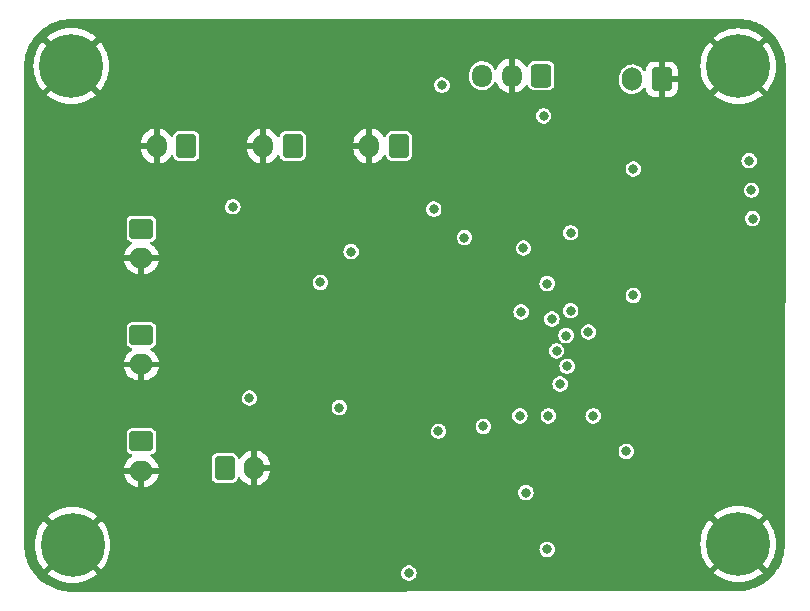
<source format=gbr>
%TF.GenerationSoftware,KiCad,Pcbnew,(7.0.0)*%
%TF.CreationDate,2023-10-25T22:20:09+02:00*%
%TF.ProjectId,ProjetA,50726f6a-6574-4412-9e6b-696361645f70,rev?*%
%TF.SameCoordinates,Original*%
%TF.FileFunction,Copper,L2,Inr*%
%TF.FilePolarity,Positive*%
%FSLAX46Y46*%
G04 Gerber Fmt 4.6, Leading zero omitted, Abs format (unit mm)*
G04 Created by KiCad (PCBNEW (7.0.0)) date 2023-10-25 22:20:09*
%MOMM*%
%LPD*%
G01*
G04 APERTURE LIST*
G04 Aperture macros list*
%AMRoundRect*
0 Rectangle with rounded corners*
0 $1 Rounding radius*
0 $2 $3 $4 $5 $6 $7 $8 $9 X,Y pos of 4 corners*
0 Add a 4 corners polygon primitive as box body*
4,1,4,$2,$3,$4,$5,$6,$7,$8,$9,$2,$3,0*
0 Add four circle primitives for the rounded corners*
1,1,$1+$1,$2,$3*
1,1,$1+$1,$4,$5*
1,1,$1+$1,$6,$7*
1,1,$1+$1,$8,$9*
0 Add four rect primitives between the rounded corners*
20,1,$1+$1,$2,$3,$4,$5,0*
20,1,$1+$1,$4,$5,$6,$7,0*
20,1,$1+$1,$6,$7,$8,$9,0*
20,1,$1+$1,$8,$9,$2,$3,0*%
G04 Aperture macros list end*
%TA.AperFunction,ComponentPad*%
%ADD10RoundRect,0.250000X0.600000X0.750000X-0.600000X0.750000X-0.600000X-0.750000X0.600000X-0.750000X0*%
%TD*%
%TA.AperFunction,ComponentPad*%
%ADD11O,1.700000X2.000000*%
%TD*%
%TA.AperFunction,ComponentPad*%
%ADD12C,0.800000*%
%TD*%
%TA.AperFunction,ComponentPad*%
%ADD13C,5.400000*%
%TD*%
%TA.AperFunction,ComponentPad*%
%ADD14RoundRect,0.250000X-0.750000X0.600000X-0.750000X-0.600000X0.750000X-0.600000X0.750000X0.600000X0*%
%TD*%
%TA.AperFunction,ComponentPad*%
%ADD15O,2.000000X1.700000*%
%TD*%
%TA.AperFunction,ComponentPad*%
%ADD16RoundRect,0.250000X-0.600000X-0.750000X0.600000X-0.750000X0.600000X0.750000X-0.600000X0.750000X0*%
%TD*%
%TA.AperFunction,ComponentPad*%
%ADD17RoundRect,0.250000X0.600000X0.725000X-0.600000X0.725000X-0.600000X-0.725000X0.600000X-0.725000X0*%
%TD*%
%TA.AperFunction,ComponentPad*%
%ADD18O,1.700000X1.950000*%
%TD*%
%TA.AperFunction,ViaPad*%
%ADD19C,0.600000*%
%TD*%
%TA.AperFunction,ViaPad*%
%ADD20C,0.800000*%
%TD*%
G04 APERTURE END LIST*
D10*
%TO.N,/Palm*%
%TO.C,J11*%
X105250000Y-58250000D03*
D11*
%TO.N,GND*%
X102749999Y-58249999D03*
%TD*%
D10*
%TO.N,/Thumb*%
%TO.C,J10*%
X96250000Y-58250000D03*
D11*
%TO.N,GND*%
X93749999Y-58249999D03*
%TD*%
D12*
%TO.N,GND*%
%TO.C,H4*%
X84593109Y-92031891D03*
X85186218Y-90600000D03*
X85186218Y-93463782D03*
X86618109Y-90006891D03*
D13*
X86618109Y-92031891D03*
D12*
X86618109Y-94056891D03*
X88050000Y-90600000D03*
X88050000Y-93463782D03*
X88643109Y-92031891D03*
%TD*%
%TO.N,GND*%
%TO.C,H2*%
X140950000Y-51500000D03*
X141543109Y-50068109D03*
X141543109Y-52931891D03*
X142975000Y-49475000D03*
D13*
X142975000Y-51500000D03*
D12*
X142975000Y-53525000D03*
X144406891Y-50068109D03*
X144406891Y-52931891D03*
X145000000Y-51500000D03*
%TD*%
D10*
%TO.N,/Back Hand*%
%TO.C,J12*%
X114250000Y-58250000D03*
D11*
%TO.N,GND*%
X111749999Y-58249999D03*
%TD*%
D12*
%TO.N,GND*%
%TO.C,H1*%
X84493109Y-51481891D03*
X85086218Y-50050000D03*
X85086218Y-52913782D03*
X86518109Y-49456891D03*
D13*
X86518109Y-51481891D03*
D12*
X86518109Y-53506891D03*
X87950000Y-50050000D03*
X87950000Y-52913782D03*
X88543109Y-51481891D03*
%TD*%
D14*
%TO.N,/Little Finger*%
%TO.C,J9*%
X92450000Y-65250000D03*
D15*
%TO.N,GND*%
X92449999Y-67749999D03*
%TD*%
D10*
%TO.N,GND*%
%TO.C,J4*%
X136500000Y-52600000D03*
D11*
%TO.N,VCC*%
X133999999Y-52599999D03*
%TD*%
D16*
%TO.N,/Index Finger*%
%TO.C,J6*%
X99500000Y-85500000D03*
D11*
%TO.N,GND*%
X101999999Y-85499999D03*
%TD*%
D14*
%TO.N,/Ring Finger*%
%TO.C,J7*%
X92450000Y-83250000D03*
D15*
%TO.N,GND*%
X92449999Y-85749999D03*
%TD*%
D12*
%TO.N,GND*%
%TO.C,H3*%
X140950000Y-91950000D03*
X141543109Y-90518109D03*
X141543109Y-93381891D03*
X142975000Y-89925000D03*
D13*
X142975000Y-91950000D03*
D12*
X142975000Y-93975000D03*
X144406891Y-90518109D03*
X144406891Y-93381891D03*
X145000000Y-91950000D03*
%TD*%
D17*
%TO.N,+3.3V*%
%TO.C,J2*%
X126300000Y-52300000D03*
D18*
%TO.N,GND*%
X123799999Y-52299999D03*
%TO.N,/MyoWare*%
X121299999Y-52299999D03*
%TD*%
D14*
%TO.N,/Midle Fingle*%
%TO.C,J8*%
X92450000Y-74250000D03*
D15*
%TO.N,GND*%
X92449999Y-76749999D03*
%TD*%
D19*
%TO.N,GND*%
X106700000Y-71300000D03*
X130300000Y-59500000D03*
X121950000Y-65250000D03*
X108500000Y-72500000D03*
X99900000Y-73500000D03*
X109050000Y-95100000D03*
X119400000Y-83300000D03*
X116350000Y-83200000D03*
X120000000Y-88350000D03*
X99550000Y-77950000D03*
X100600000Y-65100000D03*
X95600000Y-66850000D03*
D20*
X115800000Y-61600000D03*
X112330000Y-66900000D03*
D19*
X107200000Y-74700000D03*
X132350000Y-56000000D03*
X106050000Y-65300000D03*
X101850000Y-76150000D03*
D20*
%TO.N,+3.3V*%
X109200000Y-80400000D03*
X117600000Y-82400000D03*
X126500000Y-55700000D03*
X130300000Y-74000000D03*
X134100000Y-70900000D03*
X101600000Y-79600000D03*
X134100000Y-60200000D03*
X127200000Y-72900000D03*
X124800000Y-66900000D03*
X110200000Y-67199500D03*
X127599500Y-75600000D03*
X128800000Y-65600000D03*
X144200000Y-64400000D03*
X127900000Y-78400000D03*
X143900000Y-59500000D03*
X144100000Y-62000000D03*
X126800000Y-69900000D03*
X121400000Y-82000000D03*
X133500000Y-84100000D03*
X115100000Y-94400500D03*
X130700000Y-81100000D03*
%TO.N,/NRST*%
X107600000Y-69800000D03*
X119800000Y-66000000D03*
X100200000Y-63400000D03*
%TO.N,/MyoWare*%
X117200000Y-63600000D03*
X117900000Y-53100000D03*
X124500000Y-81100000D03*
%TO.N,/Reset*%
X125000000Y-87600000D03*
X126800000Y-92400000D03*
%TO.N,/I2C1_SCL*%
X128800000Y-72200000D03*
X128400000Y-74300000D03*
%TO.N,/I2C1_SDA*%
X126900000Y-81100000D03*
X128500000Y-76900000D03*
X124600000Y-72300000D03*
%TD*%
%TA.AperFunction,Conductor*%
%TO.N,GND*%
G36*
X143002845Y-47500631D02*
G01*
X143173010Y-47508498D01*
X143369795Y-47518166D01*
X143380787Y-47519201D01*
X143562876Y-47544601D01*
X143563781Y-47544732D01*
X143747261Y-47571949D01*
X143757413Y-47573892D01*
X143938614Y-47616510D01*
X143940023Y-47616852D01*
X144117874Y-47661401D01*
X144127091Y-47664096D01*
X144304478Y-47723550D01*
X144306618Y-47724292D01*
X144478220Y-47785692D01*
X144486519Y-47789004D01*
X144657980Y-47864712D01*
X144660909Y-47866051D01*
X144747263Y-47906892D01*
X144825119Y-47943715D01*
X144832411Y-47947465D01*
X144996435Y-48038827D01*
X144999810Y-48040777D01*
X145155371Y-48134017D01*
X145161670Y-48138058D01*
X145316699Y-48244256D01*
X145320459Y-48246935D01*
X145466009Y-48354882D01*
X145471305Y-48359040D01*
X145616009Y-48479200D01*
X145619947Y-48482617D01*
X145754206Y-48604303D01*
X145758590Y-48608478D01*
X145891520Y-48741408D01*
X145895698Y-48745795D01*
X146017375Y-48880045D01*
X146020805Y-48883998D01*
X146140951Y-49028684D01*
X146145124Y-49034000D01*
X146169592Y-49066991D01*
X146253041Y-49179509D01*
X146255742Y-49183299D01*
X146361940Y-49338328D01*
X146365992Y-49344645D01*
X146414565Y-49425684D01*
X146459200Y-49500153D01*
X146461171Y-49503563D01*
X146552525Y-49667573D01*
X146556291Y-49674896D01*
X146633947Y-49839089D01*
X146635286Y-49842018D01*
X146710994Y-50013479D01*
X146714311Y-50021791D01*
X146775666Y-50193265D01*
X146776487Y-50195634D01*
X146835894Y-50372881D01*
X146838606Y-50382157D01*
X146883104Y-50559803D01*
X146883526Y-50561543D01*
X146926101Y-50742562D01*
X146928053Y-50752758D01*
X146955257Y-50936156D01*
X146955410Y-50937218D01*
X146980794Y-51119184D01*
X146981834Y-51130232D01*
X146991505Y-51327089D01*
X146991522Y-51327447D01*
X146999362Y-51497047D01*
X146999494Y-51502955D01*
X146940117Y-91947215D01*
X146939985Y-91952759D01*
X146932144Y-92122370D01*
X146932127Y-92122729D01*
X146922490Y-92318878D01*
X146921450Y-92329924D01*
X146896117Y-92511530D01*
X146895964Y-92512594D01*
X146868837Y-92695467D01*
X146866885Y-92705661D01*
X146824388Y-92886350D01*
X146823966Y-92888090D01*
X146779608Y-93065179D01*
X146776896Y-93074457D01*
X146717605Y-93251354D01*
X146716785Y-93253721D01*
X146655600Y-93424724D01*
X146652282Y-93433037D01*
X146576743Y-93604114D01*
X146575404Y-93607044D01*
X146497953Y-93770800D01*
X146494187Y-93778122D01*
X146403034Y-93941773D01*
X146401064Y-93945182D01*
X146308117Y-94100256D01*
X146304057Y-94106585D01*
X146198094Y-94261271D01*
X146195393Y-94265060D01*
X146087776Y-94410166D01*
X146083575Y-94415517D01*
X145963728Y-94559843D01*
X145960209Y-94563899D01*
X145838951Y-94697687D01*
X145834754Y-94702095D01*
X145702095Y-94834754D01*
X145697687Y-94838951D01*
X145563899Y-94960209D01*
X145559843Y-94963728D01*
X145415517Y-95083575D01*
X145410166Y-95087776D01*
X145265060Y-95195393D01*
X145261271Y-95198094D01*
X145106585Y-95304057D01*
X145100256Y-95308117D01*
X144945182Y-95401064D01*
X144941773Y-95403034D01*
X144778122Y-95494187D01*
X144770800Y-95497953D01*
X144607044Y-95575404D01*
X144604114Y-95576743D01*
X144433037Y-95652282D01*
X144424724Y-95655600D01*
X144253721Y-95716785D01*
X144251354Y-95717605D01*
X144074457Y-95776896D01*
X144065179Y-95779608D01*
X143888090Y-95823966D01*
X143886350Y-95824388D01*
X143705661Y-95866885D01*
X143695467Y-95868837D01*
X143512594Y-95895964D01*
X143511530Y-95896117D01*
X143329924Y-95921450D01*
X143318878Y-95922490D01*
X143122883Y-95932119D01*
X143122525Y-95932136D01*
X142952788Y-95939984D01*
X142947171Y-95940116D01*
X86502923Y-95990110D01*
X86497086Y-95989978D01*
X86327282Y-95982127D01*
X86326925Y-95982110D01*
X86131122Y-95972491D01*
X86120075Y-95971451D01*
X85938467Y-95946118D01*
X85937403Y-95945965D01*
X85754529Y-95918838D01*
X85744334Y-95916886D01*
X85563664Y-95874393D01*
X85561925Y-95873971D01*
X85384817Y-95829608D01*
X85375540Y-95826896D01*
X85198589Y-95767588D01*
X85196221Y-95766767D01*
X85025302Y-95705611D01*
X85016990Y-95702294D01*
X84845822Y-95626716D01*
X84842891Y-95625376D01*
X84679206Y-95547958D01*
X84671884Y-95544193D01*
X84508244Y-95453046D01*
X84504835Y-95451076D01*
X84424681Y-95403034D01*
X84349718Y-95358103D01*
X84343405Y-95354053D01*
X84188737Y-95248102D01*
X84184948Y-95245401D01*
X84039822Y-95137769D01*
X84034471Y-95133568D01*
X83890175Y-95013746D01*
X83886119Y-95010227D01*
X83752293Y-94888934D01*
X83747885Y-94884737D01*
X83615261Y-94752113D01*
X83611064Y-94747705D01*
X83489771Y-94613879D01*
X83486252Y-94609823D01*
X83366430Y-94465527D01*
X83365937Y-94464899D01*
X84543793Y-94464899D01*
X84551117Y-94476317D01*
X84617204Y-94535376D01*
X84622635Y-94539707D01*
X84910095Y-94743670D01*
X84915960Y-94747356D01*
X85224449Y-94917851D01*
X85230707Y-94920865D01*
X85556333Y-95055744D01*
X85562894Y-95058040D01*
X85901575Y-95155612D01*
X85908353Y-95157159D01*
X86255833Y-95216198D01*
X86262725Y-95216974D01*
X86614637Y-95236738D01*
X86621581Y-95236738D01*
X86973492Y-95216974D01*
X86980384Y-95216198D01*
X87327864Y-95157159D01*
X87334642Y-95155612D01*
X87673323Y-95058040D01*
X87679884Y-95055744D01*
X88005510Y-94920865D01*
X88011768Y-94917851D01*
X88320257Y-94747356D01*
X88326122Y-94743670D01*
X88613584Y-94539706D01*
X88619012Y-94535376D01*
X88685100Y-94476316D01*
X88692423Y-94464899D01*
X88685749Y-94453085D01*
X88633164Y-94400500D01*
X114444722Y-94400500D01*
X114445626Y-94407945D01*
X114462858Y-94549870D01*
X114462859Y-94549875D01*
X114463763Y-94557318D01*
X114466422Y-94564331D01*
X114466423Y-94564332D01*
X114516997Y-94697687D01*
X114519780Y-94705023D01*
X114524043Y-94711199D01*
X114602702Y-94825158D01*
X114609517Y-94835030D01*
X114615126Y-94839999D01*
X114615127Y-94840000D01*
X114703003Y-94917851D01*
X114727760Y-94939783D01*
X114867635Y-95013196D01*
X115021015Y-95051000D01*
X115171485Y-95051000D01*
X115178985Y-95051000D01*
X115332365Y-95013196D01*
X115472240Y-94939783D01*
X115590483Y-94835030D01*
X115680220Y-94705023D01*
X115736237Y-94557318D01*
X115755278Y-94400500D01*
X115753154Y-94383008D01*
X140900684Y-94383008D01*
X140908008Y-94394426D01*
X140974095Y-94453485D01*
X140979526Y-94457816D01*
X141266986Y-94661779D01*
X141272851Y-94665465D01*
X141581340Y-94835960D01*
X141587598Y-94838974D01*
X141913224Y-94973853D01*
X141919785Y-94976149D01*
X142258466Y-95073721D01*
X142265244Y-95075268D01*
X142612724Y-95134307D01*
X142619616Y-95135083D01*
X142971528Y-95154847D01*
X142978472Y-95154847D01*
X143330383Y-95135083D01*
X143337275Y-95134307D01*
X143684755Y-95075268D01*
X143691533Y-95073721D01*
X144030214Y-94976149D01*
X144036775Y-94973853D01*
X144362401Y-94838974D01*
X144368659Y-94835960D01*
X144677148Y-94665465D01*
X144683013Y-94661779D01*
X144970475Y-94457815D01*
X144975903Y-94453485D01*
X145041991Y-94394425D01*
X145049314Y-94383008D01*
X145042640Y-94371194D01*
X142986542Y-92315095D01*
X142974999Y-92308431D01*
X142963457Y-92315095D01*
X140907359Y-94371193D01*
X140900684Y-94383008D01*
X115753154Y-94383008D01*
X115736237Y-94243682D01*
X115680220Y-94095977D01*
X115590483Y-93965970D01*
X115567349Y-93945475D01*
X115477856Y-93866192D01*
X115477854Y-93866190D01*
X115472240Y-93861217D01*
X115465595Y-93857729D01*
X115465593Y-93857728D01*
X115339006Y-93791289D01*
X115339002Y-93791287D01*
X115332365Y-93787804D01*
X115325087Y-93786010D01*
X115325084Y-93786009D01*
X115186267Y-93751794D01*
X115186260Y-93751793D01*
X115178985Y-93750000D01*
X115021015Y-93750000D01*
X115013740Y-93751792D01*
X115013732Y-93751794D01*
X114874915Y-93786009D01*
X114874909Y-93786010D01*
X114867635Y-93787804D01*
X114861000Y-93791286D01*
X114860993Y-93791289D01*
X114734406Y-93857728D01*
X114734400Y-93857731D01*
X114727760Y-93861217D01*
X114722148Y-93866187D01*
X114722143Y-93866192D01*
X114615127Y-93960999D01*
X114615122Y-93961003D01*
X114609517Y-93965970D01*
X114605262Y-93972134D01*
X114605257Y-93972140D01*
X114524043Y-94089800D01*
X114524040Y-94089803D01*
X114519780Y-94095977D01*
X114517120Y-94102988D01*
X114517118Y-94102994D01*
X114496791Y-94156593D01*
X114463763Y-94243682D01*
X114462859Y-94251122D01*
X114462858Y-94251129D01*
X114448280Y-94371193D01*
X114444722Y-94400500D01*
X88633164Y-94400500D01*
X86629651Y-92396986D01*
X86618109Y-92390322D01*
X86606566Y-92396986D01*
X84550468Y-94453084D01*
X84543793Y-94464899D01*
X83365937Y-94464899D01*
X83362229Y-94460176D01*
X83254597Y-94315050D01*
X83251896Y-94311261D01*
X83145945Y-94156593D01*
X83141906Y-94150298D01*
X83048907Y-93995138D01*
X83046952Y-93991754D01*
X83032590Y-93965970D01*
X82955805Y-93828114D01*
X82952040Y-93820792D01*
X82918558Y-93750000D01*
X82874615Y-93657091D01*
X82873282Y-93654176D01*
X82797704Y-93483008D01*
X82794392Y-93474708D01*
X82733208Y-93303712D01*
X82732443Y-93301504D01*
X82673097Y-93124442D01*
X82670395Y-93115200D01*
X82625995Y-92937941D01*
X82625639Y-92936474D01*
X82583108Y-92755647D01*
X82581163Y-92745488D01*
X82554007Y-92562415D01*
X82553908Y-92561729D01*
X82528545Y-92379907D01*
X82527508Y-92368893D01*
X82517864Y-92172572D01*
X82511520Y-92035363D01*
X83413262Y-92035363D01*
X83433025Y-92387274D01*
X83433801Y-92394166D01*
X83492840Y-92741646D01*
X83494387Y-92748424D01*
X83591959Y-93087105D01*
X83594255Y-93093666D01*
X83729134Y-93419292D01*
X83732148Y-93425550D01*
X83902643Y-93734039D01*
X83906329Y-93739904D01*
X84110292Y-94027364D01*
X84114623Y-94032795D01*
X84173681Y-94098881D01*
X84185099Y-94106205D01*
X84196914Y-94099530D01*
X86253012Y-92043433D01*
X86259676Y-92031891D01*
X86259675Y-92031890D01*
X86976540Y-92031890D01*
X86983204Y-92043433D01*
X89039303Y-94099531D01*
X89051117Y-94106205D01*
X89062534Y-94098882D01*
X89121594Y-94032794D01*
X89125924Y-94027366D01*
X89329888Y-93739904D01*
X89333574Y-93734039D01*
X89504069Y-93425550D01*
X89507083Y-93419292D01*
X89641962Y-93093666D01*
X89644258Y-93087105D01*
X89741830Y-92748424D01*
X89743377Y-92741646D01*
X89801425Y-92400000D01*
X126144722Y-92400000D01*
X126145626Y-92407445D01*
X126162858Y-92549370D01*
X126162859Y-92549375D01*
X126163763Y-92556818D01*
X126166422Y-92563831D01*
X126166423Y-92563832D01*
X126216345Y-92695467D01*
X126219780Y-92704523D01*
X126224043Y-92710699D01*
X126250082Y-92748424D01*
X126309517Y-92834530D01*
X126427760Y-92939283D01*
X126567635Y-93012696D01*
X126721015Y-93050500D01*
X126871485Y-93050500D01*
X126878985Y-93050500D01*
X127032365Y-93012696D01*
X127172240Y-92939283D01*
X127290483Y-92834530D01*
X127380220Y-92704523D01*
X127436237Y-92556818D01*
X127455278Y-92400000D01*
X127436237Y-92243182D01*
X127380220Y-92095477D01*
X127290483Y-91965470D01*
X127276940Y-91953472D01*
X139770153Y-91953472D01*
X139789916Y-92305383D01*
X139790692Y-92312275D01*
X139849731Y-92659755D01*
X139851278Y-92666533D01*
X139948850Y-93005214D01*
X139951146Y-93011775D01*
X140086025Y-93337401D01*
X140089039Y-93343659D01*
X140259534Y-93652148D01*
X140263220Y-93658013D01*
X140467183Y-93945473D01*
X140471514Y-93950904D01*
X140530572Y-94016990D01*
X140541990Y-94024314D01*
X140553805Y-94017639D01*
X142609903Y-91961542D01*
X142616567Y-91950000D01*
X142616566Y-91949999D01*
X143333431Y-91949999D01*
X143340095Y-91961542D01*
X145396194Y-94017640D01*
X145408008Y-94024314D01*
X145419425Y-94016991D01*
X145478485Y-93950903D01*
X145482815Y-93945475D01*
X145686779Y-93658013D01*
X145690465Y-93652148D01*
X145860960Y-93343659D01*
X145863974Y-93337401D01*
X145998853Y-93011775D01*
X146001149Y-93005214D01*
X146098721Y-92666533D01*
X146100268Y-92659755D01*
X146159307Y-92312275D01*
X146160083Y-92305383D01*
X146179847Y-91953472D01*
X146179847Y-91946528D01*
X146160083Y-91594616D01*
X146159307Y-91587724D01*
X146100268Y-91240244D01*
X146098721Y-91233466D01*
X146001149Y-90894785D01*
X145998853Y-90888224D01*
X145863974Y-90562598D01*
X145860960Y-90556340D01*
X145690465Y-90247851D01*
X145686779Y-90241986D01*
X145482816Y-89954526D01*
X145478485Y-89949095D01*
X145419426Y-89883008D01*
X145408008Y-89875684D01*
X145396193Y-89882359D01*
X143340095Y-91938457D01*
X143333431Y-91949999D01*
X142616566Y-91949999D01*
X142609903Y-91938457D01*
X140553805Y-89882359D01*
X140541991Y-89875684D01*
X140530570Y-89883011D01*
X140471513Y-89949097D01*
X140467188Y-89954519D01*
X140263220Y-90241986D01*
X140259534Y-90247851D01*
X140089039Y-90556340D01*
X140086025Y-90562598D01*
X139951146Y-90888224D01*
X139948850Y-90894785D01*
X139851278Y-91233466D01*
X139849731Y-91240244D01*
X139790692Y-91587724D01*
X139789916Y-91594616D01*
X139770153Y-91946528D01*
X139770153Y-91953472D01*
X127276940Y-91953472D01*
X127273020Y-91949999D01*
X127177856Y-91865692D01*
X127177854Y-91865690D01*
X127172240Y-91860717D01*
X127165595Y-91857229D01*
X127165593Y-91857228D01*
X127039006Y-91790789D01*
X127039002Y-91790787D01*
X127032365Y-91787304D01*
X127025087Y-91785510D01*
X127025084Y-91785509D01*
X126886267Y-91751294D01*
X126886260Y-91751293D01*
X126878985Y-91749500D01*
X126721015Y-91749500D01*
X126713740Y-91751292D01*
X126713732Y-91751294D01*
X126574915Y-91785509D01*
X126574909Y-91785510D01*
X126567635Y-91787304D01*
X126561000Y-91790786D01*
X126560993Y-91790789D01*
X126434406Y-91857228D01*
X126434400Y-91857231D01*
X126427760Y-91860717D01*
X126422148Y-91865687D01*
X126422143Y-91865692D01*
X126315127Y-91960499D01*
X126315122Y-91960503D01*
X126309517Y-91965470D01*
X126305262Y-91971634D01*
X126305257Y-91971640D01*
X126224043Y-92089300D01*
X126224040Y-92089303D01*
X126219780Y-92095477D01*
X126217120Y-92102488D01*
X126217118Y-92102494D01*
X126166423Y-92236167D01*
X126163763Y-92243182D01*
X126162859Y-92250622D01*
X126162858Y-92250629D01*
X126148588Y-92368161D01*
X126144722Y-92400000D01*
X89801425Y-92400000D01*
X89802416Y-92394166D01*
X89803192Y-92387274D01*
X89822956Y-92035363D01*
X89822956Y-92028419D01*
X89803192Y-91676507D01*
X89802416Y-91669615D01*
X89743377Y-91322135D01*
X89741830Y-91315357D01*
X89644258Y-90976676D01*
X89641962Y-90970115D01*
X89507083Y-90644489D01*
X89504069Y-90638231D01*
X89333574Y-90329742D01*
X89329888Y-90323877D01*
X89125925Y-90036417D01*
X89121594Y-90030986D01*
X89062535Y-89964899D01*
X89051117Y-89957575D01*
X89039302Y-89964250D01*
X86983204Y-92020348D01*
X86976540Y-92031890D01*
X86259675Y-92031890D01*
X86253012Y-92020348D01*
X84196914Y-89964250D01*
X84185100Y-89957575D01*
X84173679Y-89964902D01*
X84114622Y-90030988D01*
X84110297Y-90036410D01*
X83906329Y-90323877D01*
X83902643Y-90329742D01*
X83732148Y-90638231D01*
X83729134Y-90644489D01*
X83594255Y-90970115D01*
X83591959Y-90976676D01*
X83494387Y-91315357D01*
X83492840Y-91322135D01*
X83433801Y-91669615D01*
X83433025Y-91676507D01*
X83413262Y-92028419D01*
X83413262Y-92035363D01*
X82511520Y-92035363D01*
X82510017Y-92002843D01*
X82509886Y-91997134D01*
X82510442Y-89598882D01*
X84543793Y-89598882D01*
X84550468Y-89610696D01*
X86606566Y-91666794D01*
X86618109Y-91673458D01*
X86629651Y-91666794D01*
X88685748Y-89610696D01*
X88692423Y-89598881D01*
X88685099Y-89587463D01*
X88619013Y-89528405D01*
X88613582Y-89524074D01*
X88603599Y-89516991D01*
X140900684Y-89516991D01*
X140907359Y-89528805D01*
X142963457Y-91584903D01*
X142975000Y-91591567D01*
X142986542Y-91584903D01*
X145042639Y-89528805D01*
X145049314Y-89516990D01*
X145041990Y-89505572D01*
X144975904Y-89446514D01*
X144970473Y-89442183D01*
X144683013Y-89238220D01*
X144677148Y-89234534D01*
X144368659Y-89064039D01*
X144362401Y-89061025D01*
X144036775Y-88926146D01*
X144030214Y-88923850D01*
X143691533Y-88826278D01*
X143684755Y-88824731D01*
X143337275Y-88765692D01*
X143330383Y-88764916D01*
X142978472Y-88745153D01*
X142971528Y-88745153D01*
X142619616Y-88764916D01*
X142612724Y-88765692D01*
X142265244Y-88824731D01*
X142258466Y-88826278D01*
X141919785Y-88923850D01*
X141913224Y-88926146D01*
X141587598Y-89061025D01*
X141581340Y-89064039D01*
X141272851Y-89234534D01*
X141266986Y-89238220D01*
X140979519Y-89442188D01*
X140974097Y-89446513D01*
X140908011Y-89505570D01*
X140900684Y-89516991D01*
X88603599Y-89516991D01*
X88326122Y-89320111D01*
X88320257Y-89316425D01*
X88011768Y-89145930D01*
X88005510Y-89142916D01*
X87679884Y-89008037D01*
X87673323Y-89005741D01*
X87334642Y-88908169D01*
X87327864Y-88906622D01*
X86980384Y-88847583D01*
X86973492Y-88846807D01*
X86621581Y-88827044D01*
X86614637Y-88827044D01*
X86262725Y-88846807D01*
X86255833Y-88847583D01*
X85908353Y-88906622D01*
X85901575Y-88908169D01*
X85562894Y-89005741D01*
X85556333Y-89008037D01*
X85230707Y-89142916D01*
X85224449Y-89145930D01*
X84915960Y-89316425D01*
X84910095Y-89320111D01*
X84622628Y-89524079D01*
X84617206Y-89528404D01*
X84551120Y-89587461D01*
X84543793Y-89598882D01*
X82510442Y-89598882D01*
X82510905Y-87600000D01*
X124344722Y-87600000D01*
X124345626Y-87607445D01*
X124362858Y-87749370D01*
X124362859Y-87749375D01*
X124363763Y-87756818D01*
X124419780Y-87904523D01*
X124509517Y-88034530D01*
X124627760Y-88139283D01*
X124767635Y-88212696D01*
X124921015Y-88250500D01*
X125071485Y-88250500D01*
X125078985Y-88250500D01*
X125232365Y-88212696D01*
X125372240Y-88139283D01*
X125490483Y-88034530D01*
X125580220Y-87904523D01*
X125636237Y-87756818D01*
X125655278Y-87600000D01*
X125636237Y-87443182D01*
X125580220Y-87295477D01*
X125490483Y-87165470D01*
X125410831Y-87094905D01*
X125377856Y-87065692D01*
X125377854Y-87065690D01*
X125372240Y-87060717D01*
X125365595Y-87057229D01*
X125365593Y-87057228D01*
X125239006Y-86990789D01*
X125239002Y-86990787D01*
X125232365Y-86987304D01*
X125225087Y-86985510D01*
X125225084Y-86985509D01*
X125086267Y-86951294D01*
X125086260Y-86951293D01*
X125078985Y-86949500D01*
X124921015Y-86949500D01*
X124913740Y-86951292D01*
X124913732Y-86951294D01*
X124774915Y-86985509D01*
X124774909Y-86985510D01*
X124767635Y-86987304D01*
X124761000Y-86990786D01*
X124760993Y-86990789D01*
X124634406Y-87057228D01*
X124634400Y-87057231D01*
X124627760Y-87060717D01*
X124622148Y-87065687D01*
X124622143Y-87065692D01*
X124515127Y-87160499D01*
X124515122Y-87160503D01*
X124509517Y-87165470D01*
X124505262Y-87171634D01*
X124505257Y-87171640D01*
X124424043Y-87289300D01*
X124424040Y-87289303D01*
X124419780Y-87295477D01*
X124417120Y-87302488D01*
X124417118Y-87302494D01*
X124366423Y-87436167D01*
X124363763Y-87443182D01*
X124362859Y-87450622D01*
X124362858Y-87450629D01*
X124346070Y-87588896D01*
X124344722Y-87600000D01*
X82510905Y-87600000D01*
X82511275Y-86002551D01*
X90972688Y-86002551D01*
X90973056Y-86013780D01*
X91025168Y-86208263D01*
X91028856Y-86218397D01*
X91124110Y-86422667D01*
X91129508Y-86432017D01*
X91258784Y-86616642D01*
X91265719Y-86624907D01*
X91425092Y-86784280D01*
X91433357Y-86791215D01*
X91617982Y-86920491D01*
X91627332Y-86925889D01*
X91831602Y-87021143D01*
X91841736Y-87024831D01*
X92059446Y-87083166D01*
X92070077Y-87085041D01*
X92182821Y-87094905D01*
X92196265Y-87092332D01*
X92200000Y-87079165D01*
X92700000Y-87079165D01*
X92703734Y-87092332D01*
X92717178Y-87094905D01*
X92829922Y-87085041D01*
X92840553Y-87083166D01*
X93058263Y-87024831D01*
X93068397Y-87021143D01*
X93272667Y-86925889D01*
X93282017Y-86920491D01*
X93466642Y-86791215D01*
X93474907Y-86784280D01*
X93634278Y-86624909D01*
X93641215Y-86616643D01*
X93770498Y-86432008D01*
X93775886Y-86422676D01*
X93835619Y-86294578D01*
X98399500Y-86294578D01*
X98399501Y-86297872D01*
X98399853Y-86301150D01*
X98399854Y-86301161D01*
X98405079Y-86349768D01*
X98405080Y-86349773D01*
X98405909Y-86357483D01*
X98408619Y-86364749D01*
X98408620Y-86364753D01*
X98408621Y-86364755D01*
X98456204Y-86492331D01*
X98542454Y-86607546D01*
X98657669Y-86693796D01*
X98792517Y-86744091D01*
X98852127Y-86750500D01*
X100147872Y-86750499D01*
X100207483Y-86744091D01*
X100342331Y-86693796D01*
X100457546Y-86607546D01*
X100543796Y-86492331D01*
X100594091Y-86357483D01*
X100594690Y-86351905D01*
X100620751Y-86300679D01*
X100668352Y-86266480D01*
X100726342Y-86257963D01*
X100781765Y-86277033D01*
X100822239Y-86319427D01*
X100829508Y-86332017D01*
X100958784Y-86516642D01*
X100965719Y-86524907D01*
X101125090Y-86684278D01*
X101133356Y-86691215D01*
X101317991Y-86820498D01*
X101327323Y-86825886D01*
X101531602Y-86921143D01*
X101541736Y-86924831D01*
X101736219Y-86976943D01*
X101747448Y-86977311D01*
X101750000Y-86966369D01*
X102250000Y-86966369D01*
X102252551Y-86977311D01*
X102263780Y-86976943D01*
X102458263Y-86924831D01*
X102468397Y-86921143D01*
X102672667Y-86825889D01*
X102682017Y-86820491D01*
X102866642Y-86691215D01*
X102874907Y-86684280D01*
X103034280Y-86524907D01*
X103041215Y-86516642D01*
X103170491Y-86332017D01*
X103175889Y-86322667D01*
X103271143Y-86118397D01*
X103274831Y-86108263D01*
X103333166Y-85890553D01*
X103335041Y-85879922D01*
X103344905Y-85767178D01*
X103342332Y-85753734D01*
X103329165Y-85750000D01*
X102266326Y-85750000D01*
X102253450Y-85753450D01*
X102250000Y-85766326D01*
X102250000Y-86966369D01*
X101750000Y-86966369D01*
X101750000Y-85233674D01*
X102250000Y-85233674D01*
X102253450Y-85246549D01*
X102266326Y-85250000D01*
X103329165Y-85250000D01*
X103342332Y-85246265D01*
X103344905Y-85232821D01*
X103335041Y-85120077D01*
X103333166Y-85109446D01*
X103274831Y-84891736D01*
X103271143Y-84881602D01*
X103175889Y-84677332D01*
X103170491Y-84667982D01*
X103041215Y-84483357D01*
X103034280Y-84475092D01*
X102874909Y-84315721D01*
X102866643Y-84308784D01*
X102682008Y-84179501D01*
X102672676Y-84174113D01*
X102513740Y-84100000D01*
X132844722Y-84100000D01*
X132845626Y-84107445D01*
X132862858Y-84249370D01*
X132862859Y-84249375D01*
X132863763Y-84256818D01*
X132866422Y-84263831D01*
X132866423Y-84263832D01*
X132915202Y-84392454D01*
X132919780Y-84404523D01*
X132924043Y-84410699D01*
X132996712Y-84515980D01*
X133009517Y-84534530D01*
X133127760Y-84639283D01*
X133267635Y-84712696D01*
X133421015Y-84750500D01*
X133571485Y-84750500D01*
X133578985Y-84750500D01*
X133732365Y-84712696D01*
X133872240Y-84639283D01*
X133990483Y-84534530D01*
X134080220Y-84404523D01*
X134136237Y-84256818D01*
X134155278Y-84100000D01*
X134136237Y-83943182D01*
X134080220Y-83795477D01*
X133990483Y-83665470D01*
X133872240Y-83560717D01*
X133865595Y-83557229D01*
X133865593Y-83557228D01*
X133739006Y-83490789D01*
X133739002Y-83490787D01*
X133732365Y-83487304D01*
X133725087Y-83485510D01*
X133725084Y-83485509D01*
X133586267Y-83451294D01*
X133586260Y-83451293D01*
X133578985Y-83449500D01*
X133421015Y-83449500D01*
X133413740Y-83451292D01*
X133413732Y-83451294D01*
X133274915Y-83485509D01*
X133274909Y-83485510D01*
X133267635Y-83487304D01*
X133261000Y-83490786D01*
X133260993Y-83490789D01*
X133134406Y-83557228D01*
X133134400Y-83557231D01*
X133127760Y-83560717D01*
X133122148Y-83565687D01*
X133122143Y-83565692D01*
X133015127Y-83660499D01*
X133015122Y-83660503D01*
X133009517Y-83665470D01*
X133005262Y-83671634D01*
X133005257Y-83671640D01*
X132924043Y-83789300D01*
X132924040Y-83789303D01*
X132919780Y-83795477D01*
X132917120Y-83802488D01*
X132917118Y-83802494D01*
X132880946Y-83897873D01*
X132863763Y-83943182D01*
X132862859Y-83950622D01*
X132862858Y-83950629D01*
X132847737Y-84075168D01*
X132844722Y-84100000D01*
X102513740Y-84100000D01*
X102468397Y-84078856D01*
X102458263Y-84075168D01*
X102263780Y-84023056D01*
X102252551Y-84022688D01*
X102250000Y-84033631D01*
X102250000Y-85233674D01*
X101750000Y-85233674D01*
X101750000Y-84033631D01*
X101747448Y-84022688D01*
X101736219Y-84023056D01*
X101541736Y-84075168D01*
X101531602Y-84078856D01*
X101327332Y-84174110D01*
X101317982Y-84179508D01*
X101133357Y-84308784D01*
X101125092Y-84315719D01*
X100965719Y-84475092D01*
X100958784Y-84483357D01*
X100829502Y-84667990D01*
X100822237Y-84680574D01*
X100781763Y-84722967D01*
X100726340Y-84742036D01*
X100668351Y-84733519D01*
X100620751Y-84699321D01*
X100594690Y-84648094D01*
X100594091Y-84642517D01*
X100543796Y-84507669D01*
X100457546Y-84392454D01*
X100401501Y-84350499D01*
X100349431Y-84311519D01*
X100349430Y-84311518D01*
X100342331Y-84306204D01*
X100207483Y-84255909D01*
X100199770Y-84255079D01*
X100199767Y-84255079D01*
X100151180Y-84249855D01*
X100151169Y-84249854D01*
X100147873Y-84249500D01*
X100144550Y-84249500D01*
X98855439Y-84249500D01*
X98855420Y-84249500D01*
X98852128Y-84249501D01*
X98848850Y-84249853D01*
X98848838Y-84249854D01*
X98800231Y-84255079D01*
X98800225Y-84255080D01*
X98792517Y-84255909D01*
X98785252Y-84258618D01*
X98785246Y-84258620D01*
X98665980Y-84303104D01*
X98665978Y-84303104D01*
X98657669Y-84306204D01*
X98650572Y-84311516D01*
X98650568Y-84311519D01*
X98549550Y-84387141D01*
X98549546Y-84387144D01*
X98542454Y-84392454D01*
X98537144Y-84399546D01*
X98537141Y-84399550D01*
X98461519Y-84500568D01*
X98461516Y-84500572D01*
X98456204Y-84507669D01*
X98453104Y-84515978D01*
X98453104Y-84515980D01*
X98408620Y-84635247D01*
X98408619Y-84635250D01*
X98405909Y-84642517D01*
X98405079Y-84650227D01*
X98405079Y-84650232D01*
X98399855Y-84698819D01*
X98399854Y-84698831D01*
X98399500Y-84702127D01*
X98399500Y-84705448D01*
X98399500Y-84705449D01*
X98399500Y-86294560D01*
X98399500Y-86294578D01*
X93835619Y-86294578D01*
X93871143Y-86218397D01*
X93874831Y-86208263D01*
X93926943Y-86013780D01*
X93927311Y-86002551D01*
X93916369Y-86000000D01*
X92716326Y-86000000D01*
X92703450Y-86003450D01*
X92700000Y-86016326D01*
X92700000Y-87079165D01*
X92200000Y-87079165D01*
X92200000Y-86016326D01*
X92196549Y-86003450D01*
X92183674Y-86000000D01*
X90983631Y-86000000D01*
X90972688Y-86002551D01*
X82511275Y-86002551D01*
X82511392Y-85497448D01*
X90972688Y-85497448D01*
X90983631Y-85500000D01*
X93916369Y-85500000D01*
X93927311Y-85497448D01*
X93926943Y-85486219D01*
X93874831Y-85291736D01*
X93871143Y-85281602D01*
X93775889Y-85077332D01*
X93770491Y-85067982D01*
X93641215Y-84883357D01*
X93634280Y-84875092D01*
X93474907Y-84715719D01*
X93466642Y-84708784D01*
X93282017Y-84579508D01*
X93269427Y-84572239D01*
X93227033Y-84531765D01*
X93207963Y-84476342D01*
X93216480Y-84418352D01*
X93250679Y-84370751D01*
X93301905Y-84344690D01*
X93307483Y-84344091D01*
X93442331Y-84293796D01*
X93557546Y-84207546D01*
X93643796Y-84092331D01*
X93694091Y-83957483D01*
X93700500Y-83897873D01*
X93700499Y-82602128D01*
X93694091Y-82542517D01*
X93643796Y-82407669D01*
X93638055Y-82400000D01*
X116944722Y-82400000D01*
X116945626Y-82407445D01*
X116962858Y-82549370D01*
X116962859Y-82549375D01*
X116963763Y-82556818D01*
X116966422Y-82563831D01*
X116966423Y-82563832D01*
X116984954Y-82612696D01*
X117019780Y-82704523D01*
X117109517Y-82834530D01*
X117227760Y-82939283D01*
X117367635Y-83012696D01*
X117521015Y-83050500D01*
X117671485Y-83050500D01*
X117678985Y-83050500D01*
X117832365Y-83012696D01*
X117972240Y-82939283D01*
X118090483Y-82834530D01*
X118180220Y-82704523D01*
X118236237Y-82556818D01*
X118255278Y-82400000D01*
X118236237Y-82243182D01*
X118180220Y-82095477D01*
X118114317Y-82000000D01*
X120744722Y-82000000D01*
X120745626Y-82007445D01*
X120762858Y-82149370D01*
X120762859Y-82149375D01*
X120763763Y-82156818D01*
X120766422Y-82163831D01*
X120766423Y-82163832D01*
X120815202Y-82292454D01*
X120819780Y-82304523D01*
X120824043Y-82310699D01*
X120896712Y-82415980D01*
X120909517Y-82434530D01*
X121027760Y-82539283D01*
X121167635Y-82612696D01*
X121321015Y-82650500D01*
X121471485Y-82650500D01*
X121478985Y-82650500D01*
X121632365Y-82612696D01*
X121772240Y-82539283D01*
X121890483Y-82434530D01*
X121980220Y-82304523D01*
X122036237Y-82156818D01*
X122055278Y-82000000D01*
X122036237Y-81843182D01*
X121980220Y-81695477D01*
X121890483Y-81565470D01*
X121772240Y-81460717D01*
X121765595Y-81457229D01*
X121765593Y-81457228D01*
X121639006Y-81390789D01*
X121639002Y-81390787D01*
X121632365Y-81387304D01*
X121625087Y-81385510D01*
X121625084Y-81385509D01*
X121486267Y-81351294D01*
X121486260Y-81351293D01*
X121478985Y-81349500D01*
X121321015Y-81349500D01*
X121313740Y-81351292D01*
X121313732Y-81351294D01*
X121174915Y-81385509D01*
X121174909Y-81385510D01*
X121167635Y-81387304D01*
X121161000Y-81390786D01*
X121160993Y-81390789D01*
X121034406Y-81457228D01*
X121034400Y-81457231D01*
X121027760Y-81460717D01*
X121022148Y-81465687D01*
X121022143Y-81465692D01*
X120915127Y-81560499D01*
X120915122Y-81560503D01*
X120909517Y-81565470D01*
X120905262Y-81571634D01*
X120905257Y-81571640D01*
X120824043Y-81689300D01*
X120824040Y-81689303D01*
X120819780Y-81695477D01*
X120817120Y-81702488D01*
X120817118Y-81702494D01*
X120766423Y-81836167D01*
X120763763Y-81843182D01*
X120762859Y-81850622D01*
X120762858Y-81850629D01*
X120749518Y-81960499D01*
X120744722Y-82000000D01*
X118114317Y-82000000D01*
X118090483Y-81965470D01*
X117972240Y-81860717D01*
X117965595Y-81857229D01*
X117965593Y-81857228D01*
X117839006Y-81790789D01*
X117839002Y-81790787D01*
X117832365Y-81787304D01*
X117825087Y-81785510D01*
X117825084Y-81785509D01*
X117686267Y-81751294D01*
X117686260Y-81751293D01*
X117678985Y-81749500D01*
X117521015Y-81749500D01*
X117513740Y-81751292D01*
X117513732Y-81751294D01*
X117374915Y-81785509D01*
X117374909Y-81785510D01*
X117367635Y-81787304D01*
X117361000Y-81790786D01*
X117360993Y-81790789D01*
X117234406Y-81857228D01*
X117234400Y-81857231D01*
X117227760Y-81860717D01*
X117222148Y-81865687D01*
X117222143Y-81865692D01*
X117115127Y-81960499D01*
X117115122Y-81960503D01*
X117109517Y-81965470D01*
X117105262Y-81971634D01*
X117105257Y-81971640D01*
X117024043Y-82089300D01*
X117024040Y-82089303D01*
X117019780Y-82095477D01*
X117017120Y-82102488D01*
X117017118Y-82102494D01*
X116975771Y-82211519D01*
X116963763Y-82243182D01*
X116962859Y-82250622D01*
X116962858Y-82250629D01*
X116955565Y-82310699D01*
X116944722Y-82400000D01*
X93638055Y-82400000D01*
X93557546Y-82292454D01*
X93442331Y-82206204D01*
X93307483Y-82155909D01*
X93299770Y-82155079D01*
X93299767Y-82155079D01*
X93251180Y-82149855D01*
X93251169Y-82149854D01*
X93247873Y-82149500D01*
X93244550Y-82149500D01*
X91655439Y-82149500D01*
X91655420Y-82149500D01*
X91652128Y-82149501D01*
X91648850Y-82149853D01*
X91648838Y-82149854D01*
X91600231Y-82155079D01*
X91600225Y-82155080D01*
X91592517Y-82155909D01*
X91585252Y-82158618D01*
X91585246Y-82158620D01*
X91465980Y-82203104D01*
X91465978Y-82203104D01*
X91457669Y-82206204D01*
X91450572Y-82211516D01*
X91450568Y-82211519D01*
X91349550Y-82287141D01*
X91349546Y-82287144D01*
X91342454Y-82292454D01*
X91337144Y-82299546D01*
X91337141Y-82299550D01*
X91261519Y-82400568D01*
X91261516Y-82400572D01*
X91256204Y-82407669D01*
X91253104Y-82415978D01*
X91253104Y-82415980D01*
X91208620Y-82535247D01*
X91208619Y-82535250D01*
X91205909Y-82542517D01*
X91205079Y-82550227D01*
X91205079Y-82550232D01*
X91199855Y-82598819D01*
X91199854Y-82598831D01*
X91199500Y-82602127D01*
X91199500Y-82605448D01*
X91199500Y-82605449D01*
X91199500Y-83894560D01*
X91199500Y-83894578D01*
X91199501Y-83897872D01*
X91199853Y-83901150D01*
X91199854Y-83901161D01*
X91205079Y-83949768D01*
X91205080Y-83949773D01*
X91205909Y-83957483D01*
X91208619Y-83964749D01*
X91208620Y-83964753D01*
X91230229Y-84022688D01*
X91256204Y-84092331D01*
X91261518Y-84099430D01*
X91261519Y-84099431D01*
X91321459Y-84179501D01*
X91342454Y-84207546D01*
X91457669Y-84293796D01*
X91592517Y-84344091D01*
X91598094Y-84344690D01*
X91649321Y-84370751D01*
X91683519Y-84418351D01*
X91692036Y-84476340D01*
X91672967Y-84531763D01*
X91630574Y-84572237D01*
X91617990Y-84579502D01*
X91433357Y-84708784D01*
X91425092Y-84715719D01*
X91265721Y-84875090D01*
X91258784Y-84883356D01*
X91129501Y-85067991D01*
X91124113Y-85077323D01*
X91028856Y-85281602D01*
X91025168Y-85291736D01*
X90973056Y-85486219D01*
X90972688Y-85497448D01*
X82511392Y-85497448D01*
X82512412Y-81100000D01*
X123844722Y-81100000D01*
X123845626Y-81107445D01*
X123862858Y-81249370D01*
X123862859Y-81249375D01*
X123863763Y-81256818D01*
X123866422Y-81263831D01*
X123866423Y-81263832D01*
X123913249Y-81387304D01*
X123919780Y-81404523D01*
X124009517Y-81534530D01*
X124127760Y-81639283D01*
X124267635Y-81712696D01*
X124421015Y-81750500D01*
X124571485Y-81750500D01*
X124578985Y-81750500D01*
X124732365Y-81712696D01*
X124872240Y-81639283D01*
X124990483Y-81534530D01*
X125080220Y-81404523D01*
X125136237Y-81256818D01*
X125155278Y-81100000D01*
X126244722Y-81100000D01*
X126245626Y-81107445D01*
X126262858Y-81249370D01*
X126262859Y-81249375D01*
X126263763Y-81256818D01*
X126266422Y-81263831D01*
X126266423Y-81263832D01*
X126313249Y-81387304D01*
X126319780Y-81404523D01*
X126409517Y-81534530D01*
X126527760Y-81639283D01*
X126667635Y-81712696D01*
X126821015Y-81750500D01*
X126971485Y-81750500D01*
X126978985Y-81750500D01*
X127132365Y-81712696D01*
X127272240Y-81639283D01*
X127390483Y-81534530D01*
X127480220Y-81404523D01*
X127536237Y-81256818D01*
X127555278Y-81100000D01*
X130044722Y-81100000D01*
X130045626Y-81107445D01*
X130062858Y-81249370D01*
X130062859Y-81249375D01*
X130063763Y-81256818D01*
X130066422Y-81263831D01*
X130066423Y-81263832D01*
X130113249Y-81387304D01*
X130119780Y-81404523D01*
X130209517Y-81534530D01*
X130327760Y-81639283D01*
X130467635Y-81712696D01*
X130621015Y-81750500D01*
X130771485Y-81750500D01*
X130778985Y-81750500D01*
X130932365Y-81712696D01*
X131072240Y-81639283D01*
X131190483Y-81534530D01*
X131280220Y-81404523D01*
X131336237Y-81256818D01*
X131355278Y-81100000D01*
X131336237Y-80943182D01*
X131280220Y-80795477D01*
X131190483Y-80665470D01*
X131072240Y-80560717D01*
X131065595Y-80557229D01*
X131065593Y-80557228D01*
X130939006Y-80490789D01*
X130939002Y-80490787D01*
X130932365Y-80487304D01*
X130925087Y-80485510D01*
X130925084Y-80485509D01*
X130786267Y-80451294D01*
X130786260Y-80451293D01*
X130778985Y-80449500D01*
X130621015Y-80449500D01*
X130613740Y-80451292D01*
X130613732Y-80451294D01*
X130474915Y-80485509D01*
X130474909Y-80485510D01*
X130467635Y-80487304D01*
X130461000Y-80490786D01*
X130460993Y-80490789D01*
X130334406Y-80557228D01*
X130334400Y-80557231D01*
X130327760Y-80560717D01*
X130322148Y-80565687D01*
X130322143Y-80565692D01*
X130215127Y-80660499D01*
X130215122Y-80660503D01*
X130209517Y-80665470D01*
X130205262Y-80671634D01*
X130205257Y-80671640D01*
X130124043Y-80789300D01*
X130124040Y-80789303D01*
X130119780Y-80795477D01*
X130117120Y-80802488D01*
X130117118Y-80802494D01*
X130066423Y-80936167D01*
X130063763Y-80943182D01*
X130062859Y-80950622D01*
X130062858Y-80950629D01*
X130050950Y-81048705D01*
X130044722Y-81100000D01*
X127555278Y-81100000D01*
X127536237Y-80943182D01*
X127480220Y-80795477D01*
X127390483Y-80665470D01*
X127272240Y-80560717D01*
X127265595Y-80557229D01*
X127265593Y-80557228D01*
X127139006Y-80490789D01*
X127139002Y-80490787D01*
X127132365Y-80487304D01*
X127125087Y-80485510D01*
X127125084Y-80485509D01*
X126986267Y-80451294D01*
X126986260Y-80451293D01*
X126978985Y-80449500D01*
X126821015Y-80449500D01*
X126813740Y-80451292D01*
X126813732Y-80451294D01*
X126674915Y-80485509D01*
X126674909Y-80485510D01*
X126667635Y-80487304D01*
X126661000Y-80490786D01*
X126660993Y-80490789D01*
X126534406Y-80557228D01*
X126534400Y-80557231D01*
X126527760Y-80560717D01*
X126522148Y-80565687D01*
X126522143Y-80565692D01*
X126415127Y-80660499D01*
X126415122Y-80660503D01*
X126409517Y-80665470D01*
X126405262Y-80671634D01*
X126405257Y-80671640D01*
X126324043Y-80789300D01*
X126324040Y-80789303D01*
X126319780Y-80795477D01*
X126317120Y-80802488D01*
X126317118Y-80802494D01*
X126266423Y-80936167D01*
X126263763Y-80943182D01*
X126262859Y-80950622D01*
X126262858Y-80950629D01*
X126250950Y-81048705D01*
X126244722Y-81100000D01*
X125155278Y-81100000D01*
X125136237Y-80943182D01*
X125080220Y-80795477D01*
X124990483Y-80665470D01*
X124872240Y-80560717D01*
X124865595Y-80557229D01*
X124865593Y-80557228D01*
X124739006Y-80490789D01*
X124739002Y-80490787D01*
X124732365Y-80487304D01*
X124725087Y-80485510D01*
X124725084Y-80485509D01*
X124586267Y-80451294D01*
X124586260Y-80451293D01*
X124578985Y-80449500D01*
X124421015Y-80449500D01*
X124413740Y-80451292D01*
X124413732Y-80451294D01*
X124274915Y-80485509D01*
X124274909Y-80485510D01*
X124267635Y-80487304D01*
X124261000Y-80490786D01*
X124260993Y-80490789D01*
X124134406Y-80557228D01*
X124134400Y-80557231D01*
X124127760Y-80560717D01*
X124122148Y-80565687D01*
X124122143Y-80565692D01*
X124015127Y-80660499D01*
X124015122Y-80660503D01*
X124009517Y-80665470D01*
X124005262Y-80671634D01*
X124005257Y-80671640D01*
X123924043Y-80789300D01*
X123924040Y-80789303D01*
X123919780Y-80795477D01*
X123917120Y-80802488D01*
X123917118Y-80802494D01*
X123866423Y-80936167D01*
X123863763Y-80943182D01*
X123862859Y-80950622D01*
X123862858Y-80950629D01*
X123850950Y-81048705D01*
X123844722Y-81100000D01*
X82512412Y-81100000D01*
X82512574Y-80400000D01*
X108544722Y-80400000D01*
X108545626Y-80407445D01*
X108562858Y-80549370D01*
X108562859Y-80549375D01*
X108563763Y-80556818D01*
X108619780Y-80704523D01*
X108624043Y-80710699D01*
X108682560Y-80795477D01*
X108709517Y-80834530D01*
X108827760Y-80939283D01*
X108967635Y-81012696D01*
X109121015Y-81050500D01*
X109271485Y-81050500D01*
X109278985Y-81050500D01*
X109432365Y-81012696D01*
X109572240Y-80939283D01*
X109690483Y-80834530D01*
X109780220Y-80704523D01*
X109836237Y-80556818D01*
X109855278Y-80400000D01*
X109836237Y-80243182D01*
X109780220Y-80095477D01*
X109690483Y-79965470D01*
X109628659Y-79910699D01*
X109577856Y-79865692D01*
X109577854Y-79865690D01*
X109572240Y-79860717D01*
X109565595Y-79857229D01*
X109565593Y-79857228D01*
X109439006Y-79790789D01*
X109439002Y-79790787D01*
X109432365Y-79787304D01*
X109425087Y-79785510D01*
X109425084Y-79785509D01*
X109286267Y-79751294D01*
X109286260Y-79751293D01*
X109278985Y-79749500D01*
X109121015Y-79749500D01*
X109113740Y-79751292D01*
X109113732Y-79751294D01*
X108974915Y-79785509D01*
X108974909Y-79785510D01*
X108967635Y-79787304D01*
X108961000Y-79790786D01*
X108960993Y-79790789D01*
X108834406Y-79857228D01*
X108834400Y-79857231D01*
X108827760Y-79860717D01*
X108822148Y-79865687D01*
X108822143Y-79865692D01*
X108715127Y-79960499D01*
X108715122Y-79960503D01*
X108709517Y-79965470D01*
X108705262Y-79971634D01*
X108705257Y-79971640D01*
X108624043Y-80089300D01*
X108624040Y-80089303D01*
X108619780Y-80095477D01*
X108617120Y-80102488D01*
X108617118Y-80102494D01*
X108574644Y-80214490D01*
X108563763Y-80243182D01*
X108562859Y-80250622D01*
X108562858Y-80250629D01*
X108546070Y-80388896D01*
X108544722Y-80400000D01*
X82512574Y-80400000D01*
X82512759Y-79600000D01*
X100944722Y-79600000D01*
X100945626Y-79607445D01*
X100962858Y-79749370D01*
X100962859Y-79749375D01*
X100963763Y-79756818D01*
X100966422Y-79763831D01*
X100966423Y-79763832D01*
X101003166Y-79860717D01*
X101019780Y-79904523D01*
X101024043Y-79910699D01*
X101061848Y-79965470D01*
X101109517Y-80034530D01*
X101227760Y-80139283D01*
X101367635Y-80212696D01*
X101521015Y-80250500D01*
X101671485Y-80250500D01*
X101678985Y-80250500D01*
X101832365Y-80212696D01*
X101972240Y-80139283D01*
X102090483Y-80034530D01*
X102180220Y-79904523D01*
X102236237Y-79756818D01*
X102255278Y-79600000D01*
X102236237Y-79443182D01*
X102180220Y-79295477D01*
X102090483Y-79165470D01*
X101972240Y-79060717D01*
X101965595Y-79057229D01*
X101965593Y-79057228D01*
X101839006Y-78990789D01*
X101839002Y-78990787D01*
X101832365Y-78987304D01*
X101825087Y-78985510D01*
X101825084Y-78985509D01*
X101686267Y-78951294D01*
X101686260Y-78951293D01*
X101678985Y-78949500D01*
X101521015Y-78949500D01*
X101513740Y-78951292D01*
X101513732Y-78951294D01*
X101374915Y-78985509D01*
X101374909Y-78985510D01*
X101367635Y-78987304D01*
X101361000Y-78990786D01*
X101360993Y-78990789D01*
X101234406Y-79057228D01*
X101234400Y-79057231D01*
X101227760Y-79060717D01*
X101222148Y-79065687D01*
X101222143Y-79065692D01*
X101115127Y-79160499D01*
X101115122Y-79160503D01*
X101109517Y-79165470D01*
X101105262Y-79171634D01*
X101105257Y-79171640D01*
X101024043Y-79289300D01*
X101024040Y-79289303D01*
X101019780Y-79295477D01*
X101017120Y-79302488D01*
X101017118Y-79302494D01*
X100966423Y-79436167D01*
X100963763Y-79443182D01*
X100962859Y-79450622D01*
X100962858Y-79450629D01*
X100946070Y-79588896D01*
X100944722Y-79600000D01*
X82512759Y-79600000D01*
X82513037Y-78400000D01*
X127244722Y-78400000D01*
X127245626Y-78407445D01*
X127262858Y-78549370D01*
X127262859Y-78549375D01*
X127263763Y-78556818D01*
X127319780Y-78704523D01*
X127409517Y-78834530D01*
X127527760Y-78939283D01*
X127667635Y-79012696D01*
X127821015Y-79050500D01*
X127971485Y-79050500D01*
X127978985Y-79050500D01*
X128132365Y-79012696D01*
X128272240Y-78939283D01*
X128390483Y-78834530D01*
X128480220Y-78704523D01*
X128536237Y-78556818D01*
X128555278Y-78400000D01*
X128536237Y-78243182D01*
X128480220Y-78095477D01*
X128390483Y-77965470D01*
X128272240Y-77860717D01*
X128265595Y-77857229D01*
X128265593Y-77857228D01*
X128139006Y-77790789D01*
X128139002Y-77790787D01*
X128132365Y-77787304D01*
X128125087Y-77785510D01*
X128125084Y-77785509D01*
X127986267Y-77751294D01*
X127986260Y-77751293D01*
X127978985Y-77749500D01*
X127821015Y-77749500D01*
X127813740Y-77751292D01*
X127813732Y-77751294D01*
X127674915Y-77785509D01*
X127674909Y-77785510D01*
X127667635Y-77787304D01*
X127661000Y-77790786D01*
X127660993Y-77790789D01*
X127534406Y-77857228D01*
X127534400Y-77857231D01*
X127527760Y-77860717D01*
X127522148Y-77865687D01*
X127522143Y-77865692D01*
X127415127Y-77960499D01*
X127415122Y-77960503D01*
X127409517Y-77965470D01*
X127405262Y-77971634D01*
X127405257Y-77971640D01*
X127324043Y-78089300D01*
X127324040Y-78089303D01*
X127319780Y-78095477D01*
X127317120Y-78102488D01*
X127317118Y-78102494D01*
X127266423Y-78236167D01*
X127263763Y-78243182D01*
X127262859Y-78250622D01*
X127262858Y-78250629D01*
X127246070Y-78388896D01*
X127244722Y-78400000D01*
X82513037Y-78400000D01*
X82513361Y-77002551D01*
X90972688Y-77002551D01*
X90973056Y-77013780D01*
X91025168Y-77208263D01*
X91028856Y-77218397D01*
X91124110Y-77422667D01*
X91129508Y-77432017D01*
X91258784Y-77616642D01*
X91265719Y-77624907D01*
X91425092Y-77784280D01*
X91433357Y-77791215D01*
X91617982Y-77920491D01*
X91627332Y-77925889D01*
X91831602Y-78021143D01*
X91841736Y-78024831D01*
X92059446Y-78083166D01*
X92070077Y-78085041D01*
X92182821Y-78094905D01*
X92196265Y-78092332D01*
X92200000Y-78079165D01*
X92700000Y-78079165D01*
X92703734Y-78092332D01*
X92717178Y-78094905D01*
X92829922Y-78085041D01*
X92840553Y-78083166D01*
X93058263Y-78024831D01*
X93068397Y-78021143D01*
X93272667Y-77925889D01*
X93282017Y-77920491D01*
X93466642Y-77791215D01*
X93474907Y-77784280D01*
X93634278Y-77624909D01*
X93641215Y-77616643D01*
X93770498Y-77432008D01*
X93775886Y-77422676D01*
X93871143Y-77218397D01*
X93874831Y-77208263D01*
X93926943Y-77013780D01*
X93927311Y-77002551D01*
X93916369Y-77000000D01*
X92716326Y-77000000D01*
X92703450Y-77003450D01*
X92700000Y-77016326D01*
X92700000Y-78079165D01*
X92200000Y-78079165D01*
X92200000Y-77016326D01*
X92196549Y-77003450D01*
X92183674Y-77000000D01*
X90983631Y-77000000D01*
X90972688Y-77002551D01*
X82513361Y-77002551D01*
X82513385Y-76900000D01*
X127844722Y-76900000D01*
X127845626Y-76907445D01*
X127862858Y-77049370D01*
X127862859Y-77049375D01*
X127863763Y-77056818D01*
X127919780Y-77204523D01*
X128009517Y-77334530D01*
X128127760Y-77439283D01*
X128267635Y-77512696D01*
X128421015Y-77550500D01*
X128571485Y-77550500D01*
X128578985Y-77550500D01*
X128732365Y-77512696D01*
X128872240Y-77439283D01*
X128990483Y-77334530D01*
X129080220Y-77204523D01*
X129136237Y-77056818D01*
X129155278Y-76900000D01*
X129136237Y-76743182D01*
X129080220Y-76595477D01*
X128990483Y-76465470D01*
X128872240Y-76360717D01*
X128865595Y-76357229D01*
X128865593Y-76357228D01*
X128739006Y-76290789D01*
X128739002Y-76290787D01*
X128732365Y-76287304D01*
X128725087Y-76285510D01*
X128725084Y-76285509D01*
X128586267Y-76251294D01*
X128586260Y-76251293D01*
X128578985Y-76249500D01*
X128421015Y-76249500D01*
X128413740Y-76251292D01*
X128413732Y-76251294D01*
X128274915Y-76285509D01*
X128274909Y-76285510D01*
X128267635Y-76287304D01*
X128261000Y-76290786D01*
X128260993Y-76290789D01*
X128134406Y-76357228D01*
X128134400Y-76357231D01*
X128127760Y-76360717D01*
X128122148Y-76365687D01*
X128122143Y-76365692D01*
X128015127Y-76460499D01*
X128015122Y-76460503D01*
X128009517Y-76465470D01*
X128005262Y-76471634D01*
X128005257Y-76471640D01*
X127924043Y-76589300D01*
X127924040Y-76589303D01*
X127919780Y-76595477D01*
X127917120Y-76602488D01*
X127917118Y-76602494D01*
X127866423Y-76736167D01*
X127863763Y-76743182D01*
X127862859Y-76750622D01*
X127862858Y-76750629D01*
X127846070Y-76888896D01*
X127844722Y-76900000D01*
X82513385Y-76900000D01*
X82513478Y-76497448D01*
X90972688Y-76497448D01*
X90983631Y-76500000D01*
X93916369Y-76500000D01*
X93927311Y-76497448D01*
X93926943Y-76486219D01*
X93874831Y-76291736D01*
X93871143Y-76281602D01*
X93775889Y-76077332D01*
X93770491Y-76067982D01*
X93641215Y-75883357D01*
X93634280Y-75875092D01*
X93474907Y-75715719D01*
X93466642Y-75708784D01*
X93311283Y-75600000D01*
X126944222Y-75600000D01*
X126945126Y-75607445D01*
X126962358Y-75749370D01*
X126962359Y-75749375D01*
X126963263Y-75756818D01*
X126965922Y-75763831D01*
X126965923Y-75763832D01*
X127011252Y-75883357D01*
X127019280Y-75904523D01*
X127109017Y-76034530D01*
X127227260Y-76139283D01*
X127367135Y-76212696D01*
X127520515Y-76250500D01*
X127670985Y-76250500D01*
X127678485Y-76250500D01*
X127831865Y-76212696D01*
X127971740Y-76139283D01*
X128089983Y-76034530D01*
X128179720Y-75904523D01*
X128235737Y-75756818D01*
X128254778Y-75600000D01*
X128235737Y-75443182D01*
X128179720Y-75295477D01*
X128089983Y-75165470D01*
X128084370Y-75160497D01*
X128084368Y-75160495D01*
X128037538Y-75119008D01*
X128000942Y-75061650D01*
X128000119Y-74993617D01*
X128035318Y-74935391D01*
X128095941Y-74904502D01*
X128162827Y-74910173D01*
X128167635Y-74912696D01*
X128321015Y-74950500D01*
X128471485Y-74950500D01*
X128478985Y-74950500D01*
X128632365Y-74912696D01*
X128772240Y-74839283D01*
X128890483Y-74734530D01*
X128980220Y-74604523D01*
X129036237Y-74456818D01*
X129055278Y-74300000D01*
X129036237Y-74143182D01*
X128981935Y-74000000D01*
X129644722Y-74000000D01*
X129645626Y-74007445D01*
X129662858Y-74149370D01*
X129662859Y-74149375D01*
X129663763Y-74156818D01*
X129719780Y-74304523D01*
X129809517Y-74434530D01*
X129927760Y-74539283D01*
X130067635Y-74612696D01*
X130221015Y-74650500D01*
X130371485Y-74650500D01*
X130378985Y-74650500D01*
X130532365Y-74612696D01*
X130672240Y-74539283D01*
X130790483Y-74434530D01*
X130880220Y-74304523D01*
X130936237Y-74156818D01*
X130955278Y-74000000D01*
X130936237Y-73843182D01*
X130880220Y-73695477D01*
X130790483Y-73565470D01*
X130672240Y-73460717D01*
X130665595Y-73457229D01*
X130665593Y-73457228D01*
X130539006Y-73390789D01*
X130539002Y-73390787D01*
X130532365Y-73387304D01*
X130525087Y-73385510D01*
X130525084Y-73385509D01*
X130386267Y-73351294D01*
X130386260Y-73351293D01*
X130378985Y-73349500D01*
X130221015Y-73349500D01*
X130213740Y-73351292D01*
X130213732Y-73351294D01*
X130074915Y-73385509D01*
X130074909Y-73385510D01*
X130067635Y-73387304D01*
X130061000Y-73390786D01*
X130060993Y-73390789D01*
X129934406Y-73457228D01*
X129934400Y-73457231D01*
X129927760Y-73460717D01*
X129922148Y-73465687D01*
X129922143Y-73465692D01*
X129815127Y-73560499D01*
X129815122Y-73560503D01*
X129809517Y-73565470D01*
X129805262Y-73571634D01*
X129805257Y-73571640D01*
X129724043Y-73689300D01*
X129724040Y-73689303D01*
X129719780Y-73695477D01*
X129717120Y-73702488D01*
X129717118Y-73702494D01*
X129666423Y-73836167D01*
X129663763Y-73843182D01*
X129662859Y-73850622D01*
X129662858Y-73850629D01*
X129646070Y-73988896D01*
X129644722Y-74000000D01*
X128981935Y-74000000D01*
X128980220Y-73995477D01*
X128890483Y-73865470D01*
X128865325Y-73843182D01*
X128777856Y-73765692D01*
X128777854Y-73765690D01*
X128772240Y-73760717D01*
X128765595Y-73757229D01*
X128765593Y-73757228D01*
X128639006Y-73690789D01*
X128639002Y-73690787D01*
X128632365Y-73687304D01*
X128625087Y-73685510D01*
X128625084Y-73685509D01*
X128486267Y-73651294D01*
X128486260Y-73651293D01*
X128478985Y-73649500D01*
X128321015Y-73649500D01*
X128313740Y-73651292D01*
X128313732Y-73651294D01*
X128174915Y-73685509D01*
X128174909Y-73685510D01*
X128167635Y-73687304D01*
X128161000Y-73690786D01*
X128160993Y-73690789D01*
X128034406Y-73757228D01*
X128034400Y-73757231D01*
X128027760Y-73760717D01*
X128022148Y-73765687D01*
X128022143Y-73765692D01*
X127915127Y-73860499D01*
X127915122Y-73860503D01*
X127909517Y-73865470D01*
X127905262Y-73871634D01*
X127905257Y-73871640D01*
X127824043Y-73989300D01*
X127824040Y-73989303D01*
X127819780Y-73995477D01*
X127817120Y-74002488D01*
X127817118Y-74002494D01*
X127766423Y-74136167D01*
X127763763Y-74143182D01*
X127762859Y-74150622D01*
X127762858Y-74150629D01*
X127746070Y-74288896D01*
X127744722Y-74300000D01*
X127745626Y-74307445D01*
X127762858Y-74449370D01*
X127762859Y-74449375D01*
X127763763Y-74456818D01*
X127766422Y-74463831D01*
X127766423Y-74463832D01*
X127796360Y-74542771D01*
X127819780Y-74604523D01*
X127824043Y-74610699D01*
X127851515Y-74650500D01*
X127909517Y-74734530D01*
X127915127Y-74739500D01*
X127915131Y-74739504D01*
X127961961Y-74780991D01*
X127998557Y-74838348D01*
X127999380Y-74906381D01*
X127964183Y-74964607D01*
X127903561Y-74995496D01*
X127836671Y-74989826D01*
X127831865Y-74987304D01*
X127824592Y-74985511D01*
X127824586Y-74985509D01*
X127685767Y-74951294D01*
X127685760Y-74951293D01*
X127678485Y-74949500D01*
X127520515Y-74949500D01*
X127513240Y-74951292D01*
X127513232Y-74951294D01*
X127374415Y-74985509D01*
X127374409Y-74985510D01*
X127367135Y-74987304D01*
X127360500Y-74990786D01*
X127360493Y-74990789D01*
X127233906Y-75057228D01*
X127233900Y-75057231D01*
X127227260Y-75060717D01*
X127221648Y-75065687D01*
X127221643Y-75065692D01*
X127114627Y-75160499D01*
X127114622Y-75160503D01*
X127109017Y-75165470D01*
X127104762Y-75171634D01*
X127104757Y-75171640D01*
X127023543Y-75289300D01*
X127023540Y-75289303D01*
X127019280Y-75295477D01*
X127016620Y-75302488D01*
X127016618Y-75302494D01*
X126965923Y-75436167D01*
X126963263Y-75443182D01*
X126962359Y-75450622D01*
X126962358Y-75450629D01*
X126952507Y-75531763D01*
X126944222Y-75600000D01*
X93311283Y-75600000D01*
X93282017Y-75579508D01*
X93269427Y-75572239D01*
X93227033Y-75531765D01*
X93207963Y-75476342D01*
X93216480Y-75418352D01*
X93250679Y-75370751D01*
X93301905Y-75344690D01*
X93307483Y-75344091D01*
X93442331Y-75293796D01*
X93557546Y-75207546D01*
X93643796Y-75092331D01*
X93694091Y-74957483D01*
X93700500Y-74897873D01*
X93700499Y-73602128D01*
X93694091Y-73542517D01*
X93643796Y-73407669D01*
X93557546Y-73292454D01*
X93442331Y-73206204D01*
X93307483Y-73155909D01*
X93299770Y-73155079D01*
X93299767Y-73155079D01*
X93251180Y-73149855D01*
X93251169Y-73149854D01*
X93247873Y-73149500D01*
X93244550Y-73149500D01*
X91655439Y-73149500D01*
X91655420Y-73149500D01*
X91652128Y-73149501D01*
X91648850Y-73149853D01*
X91648838Y-73149854D01*
X91600231Y-73155079D01*
X91600225Y-73155080D01*
X91592517Y-73155909D01*
X91585252Y-73158618D01*
X91585246Y-73158620D01*
X91465980Y-73203104D01*
X91465978Y-73203104D01*
X91457669Y-73206204D01*
X91450572Y-73211516D01*
X91450568Y-73211519D01*
X91349550Y-73287141D01*
X91349546Y-73287144D01*
X91342454Y-73292454D01*
X91337144Y-73299546D01*
X91337141Y-73299550D01*
X91261519Y-73400568D01*
X91261516Y-73400572D01*
X91256204Y-73407669D01*
X91253104Y-73415978D01*
X91253104Y-73415980D01*
X91208620Y-73535247D01*
X91208619Y-73535250D01*
X91205909Y-73542517D01*
X91205079Y-73550227D01*
X91205079Y-73550232D01*
X91199855Y-73598819D01*
X91199854Y-73598831D01*
X91199500Y-73602127D01*
X91199500Y-73605448D01*
X91199500Y-73605449D01*
X91199500Y-74894560D01*
X91199500Y-74894578D01*
X91199501Y-74897872D01*
X91199853Y-74901150D01*
X91199854Y-74901161D01*
X91205079Y-74949768D01*
X91205080Y-74949773D01*
X91205909Y-74957483D01*
X91208619Y-74964749D01*
X91208620Y-74964753D01*
X91218331Y-74990789D01*
X91256204Y-75092331D01*
X91261518Y-75099430D01*
X91261519Y-75099431D01*
X91307234Y-75160499D01*
X91342454Y-75207546D01*
X91457669Y-75293796D01*
X91592517Y-75344091D01*
X91598094Y-75344690D01*
X91649321Y-75370751D01*
X91683519Y-75418351D01*
X91692036Y-75476340D01*
X91672967Y-75531763D01*
X91630574Y-75572237D01*
X91617990Y-75579502D01*
X91433357Y-75708784D01*
X91425092Y-75715719D01*
X91265721Y-75875090D01*
X91258784Y-75883356D01*
X91129501Y-76067991D01*
X91124113Y-76077323D01*
X91028856Y-76281602D01*
X91025168Y-76291736D01*
X90973056Y-76486219D01*
X90972688Y-76497448D01*
X82513478Y-76497448D01*
X82514451Y-72300000D01*
X123944722Y-72300000D01*
X123945626Y-72307445D01*
X123962858Y-72449370D01*
X123962859Y-72449375D01*
X123963763Y-72456818D01*
X123966422Y-72463831D01*
X123966423Y-72463832D01*
X124014006Y-72589300D01*
X124019780Y-72604523D01*
X124109517Y-72734530D01*
X124227760Y-72839283D01*
X124367635Y-72912696D01*
X124521015Y-72950500D01*
X124671485Y-72950500D01*
X124678985Y-72950500D01*
X124832365Y-72912696D01*
X124856555Y-72900000D01*
X126544722Y-72900000D01*
X126545626Y-72907445D01*
X126562858Y-73049370D01*
X126562859Y-73049375D01*
X126563763Y-73056818D01*
X126566422Y-73063831D01*
X126566423Y-73063832D01*
X126598912Y-73149500D01*
X126619780Y-73204523D01*
X126709517Y-73334530D01*
X126827760Y-73439283D01*
X126967635Y-73512696D01*
X127121015Y-73550500D01*
X127271485Y-73550500D01*
X127278985Y-73550500D01*
X127432365Y-73512696D01*
X127572240Y-73439283D01*
X127690483Y-73334530D01*
X127780220Y-73204523D01*
X127836237Y-73056818D01*
X127855278Y-72900000D01*
X127836237Y-72743182D01*
X127780220Y-72595477D01*
X127690483Y-72465470D01*
X127572240Y-72360717D01*
X127565595Y-72357229D01*
X127565593Y-72357228D01*
X127439006Y-72290789D01*
X127439002Y-72290787D01*
X127432365Y-72287304D01*
X127425087Y-72285510D01*
X127425084Y-72285509D01*
X127286267Y-72251294D01*
X127286260Y-72251293D01*
X127278985Y-72249500D01*
X127121015Y-72249500D01*
X127113740Y-72251292D01*
X127113732Y-72251294D01*
X126974915Y-72285509D01*
X126974909Y-72285510D01*
X126967635Y-72287304D01*
X126961000Y-72290786D01*
X126960993Y-72290789D01*
X126834406Y-72357228D01*
X126834400Y-72357231D01*
X126827760Y-72360717D01*
X126822148Y-72365687D01*
X126822143Y-72365692D01*
X126715127Y-72460499D01*
X126715122Y-72460503D01*
X126709517Y-72465470D01*
X126705262Y-72471634D01*
X126705257Y-72471640D01*
X126624043Y-72589300D01*
X126624040Y-72589303D01*
X126619780Y-72595477D01*
X126617120Y-72602488D01*
X126617118Y-72602494D01*
X126567044Y-72734530D01*
X126563763Y-72743182D01*
X126562859Y-72750622D01*
X126562858Y-72750629D01*
X126552094Y-72839283D01*
X126544722Y-72900000D01*
X124856555Y-72900000D01*
X124972240Y-72839283D01*
X125090483Y-72734530D01*
X125180220Y-72604523D01*
X125236237Y-72456818D01*
X125255278Y-72300000D01*
X125243136Y-72200000D01*
X128144722Y-72200000D01*
X128145626Y-72207445D01*
X128162858Y-72349370D01*
X128162859Y-72349375D01*
X128163763Y-72356818D01*
X128219780Y-72504523D01*
X128224043Y-72510699D01*
X128293067Y-72610699D01*
X128309517Y-72634530D01*
X128427760Y-72739283D01*
X128567635Y-72812696D01*
X128721015Y-72850500D01*
X128871485Y-72850500D01*
X128878985Y-72850500D01*
X129032365Y-72812696D01*
X129172240Y-72739283D01*
X129290483Y-72634530D01*
X129380220Y-72504523D01*
X129436237Y-72356818D01*
X129455278Y-72200000D01*
X129436237Y-72043182D01*
X129380220Y-71895477D01*
X129290483Y-71765470D01*
X129172240Y-71660717D01*
X129165595Y-71657229D01*
X129165593Y-71657228D01*
X129039006Y-71590789D01*
X129039002Y-71590787D01*
X129032365Y-71587304D01*
X129025087Y-71585510D01*
X129025084Y-71585509D01*
X128886267Y-71551294D01*
X128886260Y-71551293D01*
X128878985Y-71549500D01*
X128721015Y-71549500D01*
X128713740Y-71551292D01*
X128713732Y-71551294D01*
X128574915Y-71585509D01*
X128574909Y-71585510D01*
X128567635Y-71587304D01*
X128561000Y-71590786D01*
X128560993Y-71590789D01*
X128434406Y-71657228D01*
X128434400Y-71657231D01*
X128427760Y-71660717D01*
X128422148Y-71665687D01*
X128422143Y-71665692D01*
X128315127Y-71760499D01*
X128315122Y-71760503D01*
X128309517Y-71765470D01*
X128305262Y-71771634D01*
X128305257Y-71771640D01*
X128224043Y-71889300D01*
X128224040Y-71889303D01*
X128219780Y-71895477D01*
X128217120Y-71902488D01*
X128217118Y-71902494D01*
X128166423Y-72036167D01*
X128163763Y-72043182D01*
X128162859Y-72050622D01*
X128162858Y-72050629D01*
X128146070Y-72188896D01*
X128144722Y-72200000D01*
X125243136Y-72200000D01*
X125236237Y-72143182D01*
X125180220Y-71995477D01*
X125090483Y-71865470D01*
X124972240Y-71760717D01*
X124965595Y-71757229D01*
X124965593Y-71757228D01*
X124839006Y-71690789D01*
X124839002Y-71690787D01*
X124832365Y-71687304D01*
X124825087Y-71685510D01*
X124825084Y-71685509D01*
X124686267Y-71651294D01*
X124686260Y-71651293D01*
X124678985Y-71649500D01*
X124521015Y-71649500D01*
X124513740Y-71651292D01*
X124513732Y-71651294D01*
X124374915Y-71685509D01*
X124374909Y-71685510D01*
X124367635Y-71687304D01*
X124361000Y-71690786D01*
X124360993Y-71690789D01*
X124234406Y-71757228D01*
X124234400Y-71757231D01*
X124227760Y-71760717D01*
X124222148Y-71765687D01*
X124222143Y-71765692D01*
X124115127Y-71860499D01*
X124115122Y-71860503D01*
X124109517Y-71865470D01*
X124105262Y-71871634D01*
X124105257Y-71871640D01*
X124024043Y-71989300D01*
X124024040Y-71989303D01*
X124019780Y-71995477D01*
X124017120Y-72002488D01*
X124017118Y-72002494D01*
X123966423Y-72136167D01*
X123963763Y-72143182D01*
X123962859Y-72150622D01*
X123962858Y-72150629D01*
X123946264Y-72287304D01*
X123944722Y-72300000D01*
X82514451Y-72300000D01*
X82514775Y-70900000D01*
X133444722Y-70900000D01*
X133445626Y-70907445D01*
X133462858Y-71049370D01*
X133462859Y-71049375D01*
X133463763Y-71056818D01*
X133519780Y-71204523D01*
X133609517Y-71334530D01*
X133727760Y-71439283D01*
X133867635Y-71512696D01*
X134021015Y-71550500D01*
X134171485Y-71550500D01*
X134178985Y-71550500D01*
X134332365Y-71512696D01*
X134472240Y-71439283D01*
X134590483Y-71334530D01*
X134680220Y-71204523D01*
X134736237Y-71056818D01*
X134755278Y-70900000D01*
X134736237Y-70743182D01*
X134680220Y-70595477D01*
X134590483Y-70465470D01*
X134472240Y-70360717D01*
X134465595Y-70357229D01*
X134465593Y-70357228D01*
X134339006Y-70290789D01*
X134339002Y-70290787D01*
X134332365Y-70287304D01*
X134325087Y-70285510D01*
X134325084Y-70285509D01*
X134186267Y-70251294D01*
X134186260Y-70251293D01*
X134178985Y-70249500D01*
X134021015Y-70249500D01*
X134013740Y-70251292D01*
X134013732Y-70251294D01*
X133874915Y-70285509D01*
X133874909Y-70285510D01*
X133867635Y-70287304D01*
X133861000Y-70290786D01*
X133860993Y-70290789D01*
X133734406Y-70357228D01*
X133734400Y-70357231D01*
X133727760Y-70360717D01*
X133722148Y-70365687D01*
X133722143Y-70365692D01*
X133615127Y-70460499D01*
X133615122Y-70460503D01*
X133609517Y-70465470D01*
X133605262Y-70471634D01*
X133605257Y-70471640D01*
X133524043Y-70589300D01*
X133524040Y-70589303D01*
X133519780Y-70595477D01*
X133517120Y-70602488D01*
X133517118Y-70602494D01*
X133466423Y-70736167D01*
X133463763Y-70743182D01*
X133462859Y-70750622D01*
X133462858Y-70750629D01*
X133446070Y-70888896D01*
X133444722Y-70900000D01*
X82514775Y-70900000D01*
X82515030Y-69800000D01*
X106944722Y-69800000D01*
X106945626Y-69807445D01*
X106962858Y-69949370D01*
X106962859Y-69949375D01*
X106963763Y-69956818D01*
X107019780Y-70104523D01*
X107024043Y-70110699D01*
X107093067Y-70210699D01*
X107109517Y-70234530D01*
X107227760Y-70339283D01*
X107367635Y-70412696D01*
X107521015Y-70450500D01*
X107671485Y-70450500D01*
X107678985Y-70450500D01*
X107832365Y-70412696D01*
X107972240Y-70339283D01*
X108090483Y-70234530D01*
X108180220Y-70104523D01*
X108236237Y-69956818D01*
X108243136Y-69900000D01*
X126144722Y-69900000D01*
X126145626Y-69907445D01*
X126162858Y-70049370D01*
X126162859Y-70049375D01*
X126163763Y-70056818D01*
X126166422Y-70063831D01*
X126166423Y-70063832D01*
X126179193Y-70097505D01*
X126219780Y-70204523D01*
X126224043Y-70210699D01*
X126252063Y-70251294D01*
X126309517Y-70334530D01*
X126427760Y-70439283D01*
X126567635Y-70512696D01*
X126721015Y-70550500D01*
X126871485Y-70550500D01*
X126878985Y-70550500D01*
X127032365Y-70512696D01*
X127172240Y-70439283D01*
X127290483Y-70334530D01*
X127380220Y-70204523D01*
X127436237Y-70056818D01*
X127455278Y-69900000D01*
X127436237Y-69743182D01*
X127380220Y-69595477D01*
X127290483Y-69465470D01*
X127172240Y-69360717D01*
X127165595Y-69357229D01*
X127165593Y-69357228D01*
X127039006Y-69290789D01*
X127039002Y-69290787D01*
X127032365Y-69287304D01*
X127025087Y-69285510D01*
X127025084Y-69285509D01*
X126886267Y-69251294D01*
X126886260Y-69251293D01*
X126878985Y-69249500D01*
X126721015Y-69249500D01*
X126713740Y-69251292D01*
X126713732Y-69251294D01*
X126574915Y-69285509D01*
X126574909Y-69285510D01*
X126567635Y-69287304D01*
X126561000Y-69290786D01*
X126560993Y-69290789D01*
X126434406Y-69357228D01*
X126434400Y-69357231D01*
X126427760Y-69360717D01*
X126422148Y-69365687D01*
X126422143Y-69365692D01*
X126315127Y-69460499D01*
X126315122Y-69460503D01*
X126309517Y-69465470D01*
X126305262Y-69471634D01*
X126305257Y-69471640D01*
X126224043Y-69589300D01*
X126224040Y-69589303D01*
X126219780Y-69595477D01*
X126217120Y-69602488D01*
X126217118Y-69602494D01*
X126166423Y-69736167D01*
X126163763Y-69743182D01*
X126162859Y-69750622D01*
X126162858Y-69750629D01*
X126157768Y-69792555D01*
X126144722Y-69900000D01*
X108243136Y-69900000D01*
X108255278Y-69800000D01*
X108236237Y-69643182D01*
X108180220Y-69495477D01*
X108090483Y-69365470D01*
X107972240Y-69260717D01*
X107965595Y-69257229D01*
X107965593Y-69257228D01*
X107839006Y-69190789D01*
X107839002Y-69190787D01*
X107832365Y-69187304D01*
X107825087Y-69185510D01*
X107825084Y-69185509D01*
X107686267Y-69151294D01*
X107686260Y-69151293D01*
X107678985Y-69149500D01*
X107521015Y-69149500D01*
X107513740Y-69151292D01*
X107513732Y-69151294D01*
X107374915Y-69185509D01*
X107374909Y-69185510D01*
X107367635Y-69187304D01*
X107361000Y-69190786D01*
X107360993Y-69190789D01*
X107234406Y-69257228D01*
X107234400Y-69257231D01*
X107227760Y-69260717D01*
X107222148Y-69265687D01*
X107222143Y-69265692D01*
X107115127Y-69360499D01*
X107115122Y-69360503D01*
X107109517Y-69365470D01*
X107105262Y-69371634D01*
X107105257Y-69371640D01*
X107024043Y-69489300D01*
X107024040Y-69489303D01*
X107019780Y-69495477D01*
X107017120Y-69502488D01*
X107017118Y-69502494D01*
X106966423Y-69636167D01*
X106963763Y-69643182D01*
X106962859Y-69650622D01*
X106962858Y-69650629D01*
X106946070Y-69788896D01*
X106944722Y-69800000D01*
X82515030Y-69800000D01*
X82515447Y-68002551D01*
X90972688Y-68002551D01*
X90973056Y-68013780D01*
X91025168Y-68208263D01*
X91028856Y-68218397D01*
X91124110Y-68422667D01*
X91129508Y-68432017D01*
X91258784Y-68616642D01*
X91265719Y-68624907D01*
X91425092Y-68784280D01*
X91433357Y-68791215D01*
X91617982Y-68920491D01*
X91627332Y-68925889D01*
X91831602Y-69021143D01*
X91841736Y-69024831D01*
X92059446Y-69083166D01*
X92070077Y-69085041D01*
X92182821Y-69094905D01*
X92196265Y-69092332D01*
X92200000Y-69079165D01*
X92700000Y-69079165D01*
X92703734Y-69092332D01*
X92717178Y-69094905D01*
X92829922Y-69085041D01*
X92840553Y-69083166D01*
X93058263Y-69024831D01*
X93068397Y-69021143D01*
X93272667Y-68925889D01*
X93282017Y-68920491D01*
X93466642Y-68791215D01*
X93474907Y-68784280D01*
X93634278Y-68624909D01*
X93641215Y-68616643D01*
X93770498Y-68432008D01*
X93775886Y-68422676D01*
X93871143Y-68218397D01*
X93874831Y-68208263D01*
X93926943Y-68013780D01*
X93927311Y-68002551D01*
X93916369Y-68000000D01*
X92716326Y-68000000D01*
X92703450Y-68003450D01*
X92700000Y-68016326D01*
X92700000Y-69079165D01*
X92200000Y-69079165D01*
X92200000Y-68016326D01*
X92196549Y-68003450D01*
X92183674Y-68000000D01*
X90983631Y-68000000D01*
X90972688Y-68002551D01*
X82515447Y-68002551D01*
X82515564Y-67497448D01*
X90972688Y-67497448D01*
X90983631Y-67500000D01*
X93916369Y-67500000D01*
X93927311Y-67497448D01*
X93926943Y-67486219D01*
X93874831Y-67291736D01*
X93871143Y-67281602D01*
X93832858Y-67199500D01*
X109544722Y-67199500D01*
X109545626Y-67206945D01*
X109562858Y-67348870D01*
X109562859Y-67348875D01*
X109563763Y-67356318D01*
X109566422Y-67363331D01*
X109566423Y-67363332D01*
X109613027Y-67486219D01*
X109619780Y-67504023D01*
X109624043Y-67510199D01*
X109651860Y-67550500D01*
X109709517Y-67634030D01*
X109827760Y-67738783D01*
X109967635Y-67812196D01*
X110121015Y-67850000D01*
X110271485Y-67850000D01*
X110278985Y-67850000D01*
X110432365Y-67812196D01*
X110572240Y-67738783D01*
X110690483Y-67634030D01*
X110780220Y-67504023D01*
X110836237Y-67356318D01*
X110855278Y-67199500D01*
X110836237Y-67042682D01*
X110782125Y-66900000D01*
X124144722Y-66900000D01*
X124145626Y-66907445D01*
X124162858Y-67049370D01*
X124162859Y-67049375D01*
X124163763Y-67056818D01*
X124166422Y-67063831D01*
X124166423Y-67063832D01*
X124215051Y-67192055D01*
X124219780Y-67204523D01*
X124224043Y-67210699D01*
X124279978Y-67291736D01*
X124309517Y-67334530D01*
X124427760Y-67439283D01*
X124567635Y-67512696D01*
X124721015Y-67550500D01*
X124871485Y-67550500D01*
X124878985Y-67550500D01*
X125032365Y-67512696D01*
X125172240Y-67439283D01*
X125290483Y-67334530D01*
X125380220Y-67204523D01*
X125436237Y-67056818D01*
X125455278Y-66900000D01*
X125436237Y-66743182D01*
X125380220Y-66595477D01*
X125322075Y-66511239D01*
X125294742Y-66471640D01*
X125294741Y-66471639D01*
X125290483Y-66465470D01*
X125172240Y-66360717D01*
X125165595Y-66357229D01*
X125165593Y-66357228D01*
X125039006Y-66290789D01*
X125039002Y-66290787D01*
X125032365Y-66287304D01*
X125025087Y-66285510D01*
X125025084Y-66285509D01*
X124886267Y-66251294D01*
X124886260Y-66251293D01*
X124878985Y-66249500D01*
X124721015Y-66249500D01*
X124713740Y-66251292D01*
X124713732Y-66251294D01*
X124574915Y-66285509D01*
X124574909Y-66285510D01*
X124567635Y-66287304D01*
X124561000Y-66290786D01*
X124560993Y-66290789D01*
X124434406Y-66357228D01*
X124434400Y-66357231D01*
X124427760Y-66360717D01*
X124422148Y-66365687D01*
X124422143Y-66365692D01*
X124315127Y-66460499D01*
X124315122Y-66460503D01*
X124309517Y-66465470D01*
X124305262Y-66471634D01*
X124305257Y-66471640D01*
X124224043Y-66589300D01*
X124224040Y-66589303D01*
X124219780Y-66595477D01*
X124217120Y-66602488D01*
X124217118Y-66602494D01*
X124176808Y-66708784D01*
X124163763Y-66743182D01*
X124162859Y-66750622D01*
X124162858Y-66750629D01*
X124161117Y-66764970D01*
X124144722Y-66900000D01*
X110782125Y-66900000D01*
X110780220Y-66894977D01*
X110690483Y-66764970D01*
X110657971Y-66736167D01*
X110577856Y-66665192D01*
X110577854Y-66665190D01*
X110572240Y-66660217D01*
X110565595Y-66656729D01*
X110565593Y-66656728D01*
X110439006Y-66590289D01*
X110439002Y-66590287D01*
X110432365Y-66586804D01*
X110425087Y-66585010D01*
X110425084Y-66585009D01*
X110286267Y-66550794D01*
X110286260Y-66550793D01*
X110278985Y-66549000D01*
X110121015Y-66549000D01*
X110113740Y-66550792D01*
X110113732Y-66550794D01*
X109974915Y-66585009D01*
X109974909Y-66585010D01*
X109967635Y-66586804D01*
X109961000Y-66590286D01*
X109960993Y-66590289D01*
X109834406Y-66656728D01*
X109834400Y-66656731D01*
X109827760Y-66660217D01*
X109822148Y-66665187D01*
X109822143Y-66665192D01*
X109715127Y-66759999D01*
X109715122Y-66760003D01*
X109709517Y-66764970D01*
X109705262Y-66771134D01*
X109705257Y-66771140D01*
X109624043Y-66888800D01*
X109624040Y-66888803D01*
X109619780Y-66894977D01*
X109617120Y-66901988D01*
X109617118Y-66901994D01*
X109566423Y-67035667D01*
X109563763Y-67042682D01*
X109562859Y-67050122D01*
X109562858Y-67050129D01*
X109546070Y-67188396D01*
X109544722Y-67199500D01*
X93832858Y-67199500D01*
X93775889Y-67077332D01*
X93770491Y-67067982D01*
X93641215Y-66883357D01*
X93634280Y-66875092D01*
X93474907Y-66715719D01*
X93466642Y-66708784D01*
X93282017Y-66579508D01*
X93269427Y-66572239D01*
X93227033Y-66531765D01*
X93207963Y-66476342D01*
X93216480Y-66418352D01*
X93250679Y-66370751D01*
X93301905Y-66344690D01*
X93307483Y-66344091D01*
X93442331Y-66293796D01*
X93557546Y-66207546D01*
X93643796Y-66092331D01*
X93678233Y-66000000D01*
X119144722Y-66000000D01*
X119145626Y-66007445D01*
X119162858Y-66149370D01*
X119162859Y-66149375D01*
X119163763Y-66156818D01*
X119166422Y-66163831D01*
X119166423Y-66163832D01*
X119215711Y-66293796D01*
X119219780Y-66304523D01*
X119224043Y-66310699D01*
X119265493Y-66370751D01*
X119309517Y-66434530D01*
X119315126Y-66439499D01*
X119315127Y-66439500D01*
X119419271Y-66531763D01*
X119427760Y-66539283D01*
X119567635Y-66612696D01*
X119721015Y-66650500D01*
X119871485Y-66650500D01*
X119878985Y-66650500D01*
X120032365Y-66612696D01*
X120172240Y-66539283D01*
X120290483Y-66434530D01*
X120380220Y-66304523D01*
X120436237Y-66156818D01*
X120455278Y-66000000D01*
X120436237Y-65843182D01*
X120380220Y-65695477D01*
X120314317Y-65600000D01*
X128144722Y-65600000D01*
X128145626Y-65607445D01*
X128162858Y-65749370D01*
X128162859Y-65749375D01*
X128163763Y-65756818D01*
X128166422Y-65763831D01*
X128166423Y-65763832D01*
X128216001Y-65894560D01*
X128219780Y-65904523D01*
X128224043Y-65910699D01*
X128290821Y-66007445D01*
X128309517Y-66034530D01*
X128315126Y-66039499D01*
X128315127Y-66039500D01*
X128374761Y-66092331D01*
X128427760Y-66139283D01*
X128567635Y-66212696D01*
X128721015Y-66250500D01*
X128871485Y-66250500D01*
X128878985Y-66250500D01*
X129032365Y-66212696D01*
X129172240Y-66139283D01*
X129290483Y-66034530D01*
X129380220Y-65904523D01*
X129436237Y-65756818D01*
X129455278Y-65600000D01*
X129436237Y-65443182D01*
X129380220Y-65295477D01*
X129290483Y-65165470D01*
X129172240Y-65060717D01*
X129165595Y-65057229D01*
X129165593Y-65057228D01*
X129039006Y-64990789D01*
X129039002Y-64990787D01*
X129032365Y-64987304D01*
X129025087Y-64985510D01*
X129025084Y-64985509D01*
X128886267Y-64951294D01*
X128886260Y-64951293D01*
X128878985Y-64949500D01*
X128721015Y-64949500D01*
X128713740Y-64951292D01*
X128713732Y-64951294D01*
X128574915Y-64985509D01*
X128574909Y-64985510D01*
X128567635Y-64987304D01*
X128561000Y-64990786D01*
X128560993Y-64990789D01*
X128434406Y-65057228D01*
X128434400Y-65057231D01*
X128427760Y-65060717D01*
X128422148Y-65065687D01*
X128422143Y-65065692D01*
X128315127Y-65160499D01*
X128315122Y-65160503D01*
X128309517Y-65165470D01*
X128305262Y-65171634D01*
X128305257Y-65171640D01*
X128224043Y-65289300D01*
X128224040Y-65289303D01*
X128219780Y-65295477D01*
X128217120Y-65302488D01*
X128217118Y-65302494D01*
X128166423Y-65436167D01*
X128163763Y-65443182D01*
X128162859Y-65450622D01*
X128162858Y-65450629D01*
X128149518Y-65560499D01*
X128144722Y-65600000D01*
X120314317Y-65600000D01*
X120290483Y-65565470D01*
X120172240Y-65460717D01*
X120165595Y-65457229D01*
X120165593Y-65457228D01*
X120039006Y-65390789D01*
X120039002Y-65390787D01*
X120032365Y-65387304D01*
X120025087Y-65385510D01*
X120025084Y-65385509D01*
X119886267Y-65351294D01*
X119886260Y-65351293D01*
X119878985Y-65349500D01*
X119721015Y-65349500D01*
X119713740Y-65351292D01*
X119713732Y-65351294D01*
X119574915Y-65385509D01*
X119574909Y-65385510D01*
X119567635Y-65387304D01*
X119561000Y-65390786D01*
X119560993Y-65390789D01*
X119434406Y-65457228D01*
X119434400Y-65457231D01*
X119427760Y-65460717D01*
X119422148Y-65465687D01*
X119422143Y-65465692D01*
X119315127Y-65560499D01*
X119315122Y-65560503D01*
X119309517Y-65565470D01*
X119305262Y-65571634D01*
X119305257Y-65571640D01*
X119224043Y-65689300D01*
X119224040Y-65689303D01*
X119219780Y-65695477D01*
X119217120Y-65702488D01*
X119217118Y-65702494D01*
X119196516Y-65756818D01*
X119163763Y-65843182D01*
X119162859Y-65850622D01*
X119162858Y-65850629D01*
X119155565Y-65910699D01*
X119144722Y-66000000D01*
X93678233Y-66000000D01*
X93694091Y-65957483D01*
X93700500Y-65897873D01*
X93700499Y-64602128D01*
X93694091Y-64542517D01*
X93643796Y-64407669D01*
X93638055Y-64400000D01*
X143544722Y-64400000D01*
X143545626Y-64407445D01*
X143562858Y-64549370D01*
X143562859Y-64549375D01*
X143563763Y-64556818D01*
X143619780Y-64704523D01*
X143709517Y-64834530D01*
X143827760Y-64939283D01*
X143967635Y-65012696D01*
X144121015Y-65050500D01*
X144271485Y-65050500D01*
X144278985Y-65050500D01*
X144432365Y-65012696D01*
X144572240Y-64939283D01*
X144690483Y-64834530D01*
X144780220Y-64704523D01*
X144836237Y-64556818D01*
X144855278Y-64400000D01*
X144836237Y-64243182D01*
X144780220Y-64095477D01*
X144690483Y-63965470D01*
X144628659Y-63910699D01*
X144577856Y-63865692D01*
X144577854Y-63865690D01*
X144572240Y-63860717D01*
X144565595Y-63857229D01*
X144565593Y-63857228D01*
X144439006Y-63790789D01*
X144439002Y-63790787D01*
X144432365Y-63787304D01*
X144425087Y-63785510D01*
X144425084Y-63785509D01*
X144286267Y-63751294D01*
X144286260Y-63751293D01*
X144278985Y-63749500D01*
X144121015Y-63749500D01*
X144113740Y-63751292D01*
X144113732Y-63751294D01*
X143974915Y-63785509D01*
X143974909Y-63785510D01*
X143967635Y-63787304D01*
X143961000Y-63790786D01*
X143960993Y-63790789D01*
X143834406Y-63857228D01*
X143834400Y-63857231D01*
X143827760Y-63860717D01*
X143822148Y-63865687D01*
X143822143Y-63865692D01*
X143715127Y-63960499D01*
X143715122Y-63960503D01*
X143709517Y-63965470D01*
X143705262Y-63971634D01*
X143705257Y-63971640D01*
X143624043Y-64089300D01*
X143624040Y-64089303D01*
X143619780Y-64095477D01*
X143617120Y-64102488D01*
X143617118Y-64102494D01*
X143574644Y-64214490D01*
X143563763Y-64243182D01*
X143562859Y-64250622D01*
X143562858Y-64250629D01*
X143546070Y-64388896D01*
X143544722Y-64400000D01*
X93638055Y-64400000D01*
X93557546Y-64292454D01*
X93442331Y-64206204D01*
X93307483Y-64155909D01*
X93299770Y-64155079D01*
X93299767Y-64155079D01*
X93251180Y-64149855D01*
X93251169Y-64149854D01*
X93247873Y-64149500D01*
X93244550Y-64149500D01*
X91655439Y-64149500D01*
X91655420Y-64149500D01*
X91652128Y-64149501D01*
X91648850Y-64149853D01*
X91648838Y-64149854D01*
X91600231Y-64155079D01*
X91600225Y-64155080D01*
X91592517Y-64155909D01*
X91585252Y-64158618D01*
X91585246Y-64158620D01*
X91465980Y-64203104D01*
X91465978Y-64203104D01*
X91457669Y-64206204D01*
X91450572Y-64211516D01*
X91450568Y-64211519D01*
X91349550Y-64287141D01*
X91349546Y-64287144D01*
X91342454Y-64292454D01*
X91337144Y-64299546D01*
X91337141Y-64299550D01*
X91261519Y-64400568D01*
X91261516Y-64400572D01*
X91256204Y-64407669D01*
X91253104Y-64415978D01*
X91253104Y-64415980D01*
X91208620Y-64535247D01*
X91208619Y-64535250D01*
X91205909Y-64542517D01*
X91205079Y-64550227D01*
X91205079Y-64550232D01*
X91199855Y-64598819D01*
X91199854Y-64598831D01*
X91199500Y-64602127D01*
X91199500Y-64605448D01*
X91199500Y-64605449D01*
X91199500Y-65894560D01*
X91199500Y-65894578D01*
X91199501Y-65897872D01*
X91199853Y-65901150D01*
X91199854Y-65901161D01*
X91205079Y-65949768D01*
X91205080Y-65949773D01*
X91205909Y-65957483D01*
X91208619Y-65964749D01*
X91208620Y-65964753D01*
X91232344Y-66028359D01*
X91256204Y-66092331D01*
X91342454Y-66207546D01*
X91457669Y-66293796D01*
X91592517Y-66344091D01*
X91598094Y-66344690D01*
X91649321Y-66370751D01*
X91683519Y-66418351D01*
X91692036Y-66476340D01*
X91672967Y-66531763D01*
X91630574Y-66572237D01*
X91617990Y-66579502D01*
X91433357Y-66708784D01*
X91425092Y-66715719D01*
X91265721Y-66875090D01*
X91258784Y-66883356D01*
X91129501Y-67067991D01*
X91124113Y-67077323D01*
X91028856Y-67281602D01*
X91025168Y-67291736D01*
X90973056Y-67486219D01*
X90972688Y-67497448D01*
X82515564Y-67497448D01*
X82516513Y-63400000D01*
X99544722Y-63400000D01*
X99545626Y-63407445D01*
X99562858Y-63549370D01*
X99562859Y-63549375D01*
X99563763Y-63556818D01*
X99619780Y-63704523D01*
X99624043Y-63710699D01*
X99652063Y-63751294D01*
X99709517Y-63834530D01*
X99715126Y-63839499D01*
X99715127Y-63839500D01*
X99788523Y-63904523D01*
X99827760Y-63939283D01*
X99967635Y-64012696D01*
X100121015Y-64050500D01*
X100271485Y-64050500D01*
X100278985Y-64050500D01*
X100432365Y-64012696D01*
X100572240Y-63939283D01*
X100690483Y-63834530D01*
X100780220Y-63704523D01*
X100819860Y-63600000D01*
X116544722Y-63600000D01*
X116545626Y-63607445D01*
X116562858Y-63749370D01*
X116562859Y-63749375D01*
X116563763Y-63756818D01*
X116566422Y-63763831D01*
X116566423Y-63763832D01*
X116603166Y-63860717D01*
X116619780Y-63904523D01*
X116624043Y-63910699D01*
X116661848Y-63965470D01*
X116709517Y-64034530D01*
X116827760Y-64139283D01*
X116967635Y-64212696D01*
X117121015Y-64250500D01*
X117271485Y-64250500D01*
X117278985Y-64250500D01*
X117432365Y-64212696D01*
X117572240Y-64139283D01*
X117690483Y-64034530D01*
X117780220Y-63904523D01*
X117836237Y-63756818D01*
X117855278Y-63600000D01*
X117836237Y-63443182D01*
X117780220Y-63295477D01*
X117690483Y-63165470D01*
X117619397Y-63102494D01*
X117577856Y-63065692D01*
X117577854Y-63065690D01*
X117572240Y-63060717D01*
X117565595Y-63057229D01*
X117565593Y-63057228D01*
X117439006Y-62990789D01*
X117439002Y-62990787D01*
X117432365Y-62987304D01*
X117425087Y-62985510D01*
X117425084Y-62985509D01*
X117286267Y-62951294D01*
X117286260Y-62951293D01*
X117278985Y-62949500D01*
X117121015Y-62949500D01*
X117113740Y-62951292D01*
X117113732Y-62951294D01*
X116974915Y-62985509D01*
X116974909Y-62985510D01*
X116967635Y-62987304D01*
X116961000Y-62990786D01*
X116960993Y-62990789D01*
X116834406Y-63057228D01*
X116834400Y-63057231D01*
X116827760Y-63060717D01*
X116822148Y-63065687D01*
X116822143Y-63065692D01*
X116715127Y-63160499D01*
X116715122Y-63160503D01*
X116709517Y-63165470D01*
X116705262Y-63171634D01*
X116705257Y-63171640D01*
X116624043Y-63289300D01*
X116624040Y-63289303D01*
X116619780Y-63295477D01*
X116617120Y-63302488D01*
X116617118Y-63302494D01*
X116577316Y-63407445D01*
X116563763Y-63443182D01*
X116562859Y-63450622D01*
X116562858Y-63450629D01*
X116546070Y-63588896D01*
X116544722Y-63600000D01*
X100819860Y-63600000D01*
X100836237Y-63556818D01*
X100855278Y-63400000D01*
X100836237Y-63243182D01*
X100780220Y-63095477D01*
X100690483Y-62965470D01*
X100684872Y-62960499D01*
X100577856Y-62865692D01*
X100577854Y-62865690D01*
X100572240Y-62860717D01*
X100565595Y-62857229D01*
X100565593Y-62857228D01*
X100439006Y-62790789D01*
X100439002Y-62790787D01*
X100432365Y-62787304D01*
X100425087Y-62785510D01*
X100425084Y-62785509D01*
X100286267Y-62751294D01*
X100286260Y-62751293D01*
X100278985Y-62749500D01*
X100121015Y-62749500D01*
X100113740Y-62751292D01*
X100113732Y-62751294D01*
X99974915Y-62785509D01*
X99974909Y-62785510D01*
X99967635Y-62787304D01*
X99961000Y-62790786D01*
X99960993Y-62790789D01*
X99834406Y-62857228D01*
X99834400Y-62857231D01*
X99827760Y-62860717D01*
X99822148Y-62865687D01*
X99822143Y-62865692D01*
X99715127Y-62960499D01*
X99715122Y-62960503D01*
X99709517Y-62965470D01*
X99705262Y-62971634D01*
X99705257Y-62971640D01*
X99624043Y-63089300D01*
X99624040Y-63089303D01*
X99619780Y-63095477D01*
X99617120Y-63102488D01*
X99617118Y-63102494D01*
X99595120Y-63160499D01*
X99563763Y-63243182D01*
X99562859Y-63250622D01*
X99562858Y-63250629D01*
X99558163Y-63289300D01*
X99544722Y-63400000D01*
X82516513Y-63400000D01*
X82516837Y-62000000D01*
X143444722Y-62000000D01*
X143445626Y-62007445D01*
X143462858Y-62149370D01*
X143462859Y-62149375D01*
X143463763Y-62156818D01*
X143519780Y-62304523D01*
X143609517Y-62434530D01*
X143727760Y-62539283D01*
X143867635Y-62612696D01*
X144021015Y-62650500D01*
X144171485Y-62650500D01*
X144178985Y-62650500D01*
X144332365Y-62612696D01*
X144472240Y-62539283D01*
X144590483Y-62434530D01*
X144680220Y-62304523D01*
X144736237Y-62156818D01*
X144755278Y-62000000D01*
X144736237Y-61843182D01*
X144680220Y-61695477D01*
X144590483Y-61565470D01*
X144472240Y-61460717D01*
X144465595Y-61457229D01*
X144465593Y-61457228D01*
X144339006Y-61390789D01*
X144339002Y-61390787D01*
X144332365Y-61387304D01*
X144325087Y-61385510D01*
X144325084Y-61385509D01*
X144186267Y-61351294D01*
X144186260Y-61351293D01*
X144178985Y-61349500D01*
X144021015Y-61349500D01*
X144013740Y-61351292D01*
X144013732Y-61351294D01*
X143874915Y-61385509D01*
X143874909Y-61385510D01*
X143867635Y-61387304D01*
X143861000Y-61390786D01*
X143860993Y-61390789D01*
X143734406Y-61457228D01*
X143734400Y-61457231D01*
X143727760Y-61460717D01*
X143722148Y-61465687D01*
X143722143Y-61465692D01*
X143615127Y-61560499D01*
X143615122Y-61560503D01*
X143609517Y-61565470D01*
X143605262Y-61571634D01*
X143605257Y-61571640D01*
X143524043Y-61689300D01*
X143524040Y-61689303D01*
X143519780Y-61695477D01*
X143517120Y-61702488D01*
X143517118Y-61702494D01*
X143466423Y-61836167D01*
X143463763Y-61843182D01*
X143462859Y-61850622D01*
X143462858Y-61850629D01*
X143446070Y-61988896D01*
X143444722Y-62000000D01*
X82516837Y-62000000D01*
X82517254Y-60200000D01*
X133444722Y-60200000D01*
X133445626Y-60207445D01*
X133462858Y-60349370D01*
X133462859Y-60349375D01*
X133463763Y-60356818D01*
X133519780Y-60504523D01*
X133609517Y-60634530D01*
X133727760Y-60739283D01*
X133867635Y-60812696D01*
X134021015Y-60850500D01*
X134171485Y-60850500D01*
X134178985Y-60850500D01*
X134332365Y-60812696D01*
X134472240Y-60739283D01*
X134590483Y-60634530D01*
X134680220Y-60504523D01*
X134736237Y-60356818D01*
X134755278Y-60200000D01*
X134736237Y-60043182D01*
X134680220Y-59895477D01*
X134590483Y-59765470D01*
X134472240Y-59660717D01*
X134465595Y-59657229D01*
X134465593Y-59657228D01*
X134339006Y-59590789D01*
X134339002Y-59590787D01*
X134332365Y-59587304D01*
X134325087Y-59585510D01*
X134325084Y-59585509D01*
X134186267Y-59551294D01*
X134186260Y-59551293D01*
X134178985Y-59549500D01*
X134021015Y-59549500D01*
X134013740Y-59551292D01*
X134013732Y-59551294D01*
X133874915Y-59585509D01*
X133874909Y-59585510D01*
X133867635Y-59587304D01*
X133861000Y-59590786D01*
X133860993Y-59590789D01*
X133734406Y-59657228D01*
X133734400Y-59657231D01*
X133727760Y-59660717D01*
X133722148Y-59665687D01*
X133722143Y-59665692D01*
X133615127Y-59760499D01*
X133615122Y-59760503D01*
X133609517Y-59765470D01*
X133605262Y-59771634D01*
X133605257Y-59771640D01*
X133524043Y-59889300D01*
X133524040Y-59889303D01*
X133519780Y-59895477D01*
X133517120Y-59902488D01*
X133517118Y-59902494D01*
X133466423Y-60036167D01*
X133463763Y-60043182D01*
X133462859Y-60050622D01*
X133462858Y-60050629D01*
X133450950Y-60148705D01*
X133444722Y-60200000D01*
X82517254Y-60200000D01*
X82517644Y-58517178D01*
X92405094Y-58517178D01*
X92414958Y-58629922D01*
X92416833Y-58640553D01*
X92475168Y-58858263D01*
X92478856Y-58868397D01*
X92574110Y-59072667D01*
X92579508Y-59082017D01*
X92708784Y-59266642D01*
X92715719Y-59274907D01*
X92875090Y-59434278D01*
X92883356Y-59441215D01*
X93067991Y-59570498D01*
X93077323Y-59575886D01*
X93281602Y-59671143D01*
X93291736Y-59674831D01*
X93486219Y-59726943D01*
X93497448Y-59727311D01*
X93500000Y-59716369D01*
X94000000Y-59716369D01*
X94002551Y-59727311D01*
X94013780Y-59726943D01*
X94208263Y-59674831D01*
X94218397Y-59671143D01*
X94422667Y-59575889D01*
X94432017Y-59570491D01*
X94616642Y-59441215D01*
X94624907Y-59434280D01*
X94784280Y-59274907D01*
X94791215Y-59266642D01*
X94920495Y-59082012D01*
X94927758Y-59069432D01*
X94968229Y-59027036D01*
X95023652Y-59007964D01*
X95081642Y-59016477D01*
X95129244Y-59050674D01*
X95155309Y-59101906D01*
X95155909Y-59107483D01*
X95206204Y-59242331D01*
X95292454Y-59357546D01*
X95407669Y-59443796D01*
X95542517Y-59494091D01*
X95602127Y-59500500D01*
X96897872Y-59500499D01*
X96957483Y-59494091D01*
X97092331Y-59443796D01*
X97207546Y-59357546D01*
X97293796Y-59242331D01*
X97344091Y-59107483D01*
X97350500Y-59047873D01*
X97350500Y-58517178D01*
X101405094Y-58517178D01*
X101414958Y-58629922D01*
X101416833Y-58640553D01*
X101475168Y-58858263D01*
X101478856Y-58868397D01*
X101574110Y-59072667D01*
X101579508Y-59082017D01*
X101708784Y-59266642D01*
X101715719Y-59274907D01*
X101875090Y-59434278D01*
X101883356Y-59441215D01*
X102067991Y-59570498D01*
X102077323Y-59575886D01*
X102281602Y-59671143D01*
X102291736Y-59674831D01*
X102486219Y-59726943D01*
X102497448Y-59727311D01*
X102500000Y-59716369D01*
X103000000Y-59716369D01*
X103002551Y-59727311D01*
X103013780Y-59726943D01*
X103208263Y-59674831D01*
X103218397Y-59671143D01*
X103422667Y-59575889D01*
X103432017Y-59570491D01*
X103616642Y-59441215D01*
X103624907Y-59434280D01*
X103784280Y-59274907D01*
X103791215Y-59266642D01*
X103920495Y-59082012D01*
X103927758Y-59069432D01*
X103968229Y-59027036D01*
X104023652Y-59007964D01*
X104081642Y-59016477D01*
X104129244Y-59050674D01*
X104155309Y-59101906D01*
X104155909Y-59107483D01*
X104206204Y-59242331D01*
X104292454Y-59357546D01*
X104407669Y-59443796D01*
X104542517Y-59494091D01*
X104602127Y-59500500D01*
X105897872Y-59500499D01*
X105957483Y-59494091D01*
X106092331Y-59443796D01*
X106207546Y-59357546D01*
X106293796Y-59242331D01*
X106344091Y-59107483D01*
X106350500Y-59047873D01*
X106350500Y-58517178D01*
X110405094Y-58517178D01*
X110414958Y-58629922D01*
X110416833Y-58640553D01*
X110475168Y-58858263D01*
X110478856Y-58868397D01*
X110574110Y-59072667D01*
X110579508Y-59082017D01*
X110708784Y-59266642D01*
X110715719Y-59274907D01*
X110875090Y-59434278D01*
X110883356Y-59441215D01*
X111067991Y-59570498D01*
X111077323Y-59575886D01*
X111281602Y-59671143D01*
X111291736Y-59674831D01*
X111486219Y-59726943D01*
X111497448Y-59727311D01*
X111500000Y-59716369D01*
X112000000Y-59716369D01*
X112002551Y-59727311D01*
X112013780Y-59726943D01*
X112208263Y-59674831D01*
X112218397Y-59671143D01*
X112422667Y-59575889D01*
X112432017Y-59570491D01*
X112616642Y-59441215D01*
X112624907Y-59434280D01*
X112784280Y-59274907D01*
X112791215Y-59266642D01*
X112920495Y-59082012D01*
X112927758Y-59069432D01*
X112968229Y-59027036D01*
X113023652Y-59007964D01*
X113081642Y-59016477D01*
X113129244Y-59050674D01*
X113155309Y-59101906D01*
X113155909Y-59107483D01*
X113206204Y-59242331D01*
X113292454Y-59357546D01*
X113407669Y-59443796D01*
X113542517Y-59494091D01*
X113602127Y-59500500D01*
X114897872Y-59500499D01*
X114902514Y-59500000D01*
X143244722Y-59500000D01*
X143245626Y-59507445D01*
X143262858Y-59649370D01*
X143262859Y-59649375D01*
X143263763Y-59656818D01*
X143266422Y-59663831D01*
X143266423Y-59663832D01*
X143286347Y-59716369D01*
X143319780Y-59804523D01*
X143324043Y-59810699D01*
X143382560Y-59895477D01*
X143409517Y-59934530D01*
X143527760Y-60039283D01*
X143667635Y-60112696D01*
X143821015Y-60150500D01*
X143971485Y-60150500D01*
X143978985Y-60150500D01*
X144132365Y-60112696D01*
X144272240Y-60039283D01*
X144390483Y-59934530D01*
X144480220Y-59804523D01*
X144536237Y-59656818D01*
X144555278Y-59500000D01*
X144536237Y-59343182D01*
X144480220Y-59195477D01*
X144390483Y-59065470D01*
X144335181Y-59016477D01*
X144277856Y-58965692D01*
X144277854Y-58965690D01*
X144272240Y-58960717D01*
X144265595Y-58957229D01*
X144265593Y-58957228D01*
X144139006Y-58890789D01*
X144139002Y-58890787D01*
X144132365Y-58887304D01*
X144125087Y-58885510D01*
X144125084Y-58885509D01*
X143986267Y-58851294D01*
X143986260Y-58851293D01*
X143978985Y-58849500D01*
X143821015Y-58849500D01*
X143813740Y-58851292D01*
X143813732Y-58851294D01*
X143674915Y-58885509D01*
X143674909Y-58885510D01*
X143667635Y-58887304D01*
X143661000Y-58890786D01*
X143660993Y-58890789D01*
X143534406Y-58957228D01*
X143534400Y-58957231D01*
X143527760Y-58960717D01*
X143522148Y-58965687D01*
X143522143Y-58965692D01*
X143415127Y-59060499D01*
X143415122Y-59060503D01*
X143409517Y-59065470D01*
X143405262Y-59071634D01*
X143405257Y-59071640D01*
X143324043Y-59189300D01*
X143324040Y-59189303D01*
X143319780Y-59195477D01*
X143317120Y-59202488D01*
X143317118Y-59202494D01*
X143289656Y-59274907D01*
X143263763Y-59343182D01*
X143262859Y-59350622D01*
X143262858Y-59350629D01*
X143251546Y-59443796D01*
X143244722Y-59500000D01*
X114902514Y-59500000D01*
X114957483Y-59494091D01*
X115092331Y-59443796D01*
X115207546Y-59357546D01*
X115293796Y-59242331D01*
X115344091Y-59107483D01*
X115350500Y-59047873D01*
X115350499Y-57452128D01*
X115344091Y-57392517D01*
X115293796Y-57257669D01*
X115207546Y-57142454D01*
X115092331Y-57056204D01*
X114957483Y-57005909D01*
X114949770Y-57005079D01*
X114949767Y-57005079D01*
X114901180Y-56999855D01*
X114901169Y-56999854D01*
X114897873Y-56999500D01*
X114894550Y-56999500D01*
X113605439Y-56999500D01*
X113605420Y-56999500D01*
X113602128Y-56999501D01*
X113598850Y-56999853D01*
X113598838Y-56999854D01*
X113550231Y-57005079D01*
X113550225Y-57005080D01*
X113542517Y-57005909D01*
X113535252Y-57008618D01*
X113535246Y-57008620D01*
X113415980Y-57053104D01*
X113415978Y-57053104D01*
X113407669Y-57056204D01*
X113400572Y-57061516D01*
X113400568Y-57061519D01*
X113299550Y-57137141D01*
X113299546Y-57137144D01*
X113292454Y-57142454D01*
X113287144Y-57149546D01*
X113287141Y-57149550D01*
X113211519Y-57250568D01*
X113211516Y-57250572D01*
X113206204Y-57257669D01*
X113203104Y-57265978D01*
X113203104Y-57265980D01*
X113158621Y-57385246D01*
X113155909Y-57392517D01*
X113155309Y-57398094D01*
X113129244Y-57449325D01*
X113081642Y-57483522D01*
X113023653Y-57492035D01*
X112968231Y-57472964D01*
X112927759Y-57430570D01*
X112920491Y-57417982D01*
X112791215Y-57233357D01*
X112784280Y-57225092D01*
X112624909Y-57065721D01*
X112616643Y-57058784D01*
X112432008Y-56929501D01*
X112422676Y-56924113D01*
X112218397Y-56828856D01*
X112208263Y-56825168D01*
X112013780Y-56773056D01*
X112002551Y-56772688D01*
X112000000Y-56783631D01*
X112000000Y-59716369D01*
X111500000Y-59716369D01*
X111500000Y-58516326D01*
X111496549Y-58503450D01*
X111483674Y-58500000D01*
X110420835Y-58500000D01*
X110407667Y-58503734D01*
X110405094Y-58517178D01*
X106350500Y-58517178D01*
X106350499Y-57982821D01*
X110405094Y-57982821D01*
X110407667Y-57996265D01*
X110420835Y-58000000D01*
X111483674Y-58000000D01*
X111496549Y-57996549D01*
X111500000Y-57983674D01*
X111500000Y-56783631D01*
X111497448Y-56772688D01*
X111486219Y-56773056D01*
X111291736Y-56825168D01*
X111281602Y-56828856D01*
X111077332Y-56924110D01*
X111067982Y-56929508D01*
X110883357Y-57058784D01*
X110875092Y-57065719D01*
X110715719Y-57225092D01*
X110708784Y-57233357D01*
X110579508Y-57417982D01*
X110574110Y-57427332D01*
X110478856Y-57631602D01*
X110475168Y-57641736D01*
X110416833Y-57859446D01*
X110414958Y-57870077D01*
X110405094Y-57982821D01*
X106350499Y-57982821D01*
X106350499Y-57452128D01*
X106344091Y-57392517D01*
X106293796Y-57257669D01*
X106207546Y-57142454D01*
X106092331Y-57056204D01*
X105957483Y-57005909D01*
X105949770Y-57005079D01*
X105949767Y-57005079D01*
X105901180Y-56999855D01*
X105901169Y-56999854D01*
X105897873Y-56999500D01*
X105894550Y-56999500D01*
X104605439Y-56999500D01*
X104605420Y-56999500D01*
X104602128Y-56999501D01*
X104598850Y-56999853D01*
X104598838Y-56999854D01*
X104550231Y-57005079D01*
X104550225Y-57005080D01*
X104542517Y-57005909D01*
X104535252Y-57008618D01*
X104535246Y-57008620D01*
X104415980Y-57053104D01*
X104415978Y-57053104D01*
X104407669Y-57056204D01*
X104400572Y-57061516D01*
X104400568Y-57061519D01*
X104299550Y-57137141D01*
X104299546Y-57137144D01*
X104292454Y-57142454D01*
X104287144Y-57149546D01*
X104287141Y-57149550D01*
X104211519Y-57250568D01*
X104211516Y-57250572D01*
X104206204Y-57257669D01*
X104203104Y-57265978D01*
X104203104Y-57265980D01*
X104158621Y-57385246D01*
X104155909Y-57392517D01*
X104155309Y-57398094D01*
X104129244Y-57449325D01*
X104081642Y-57483522D01*
X104023653Y-57492035D01*
X103968231Y-57472964D01*
X103927759Y-57430570D01*
X103920491Y-57417982D01*
X103791215Y-57233357D01*
X103784280Y-57225092D01*
X103624909Y-57065721D01*
X103616643Y-57058784D01*
X103432008Y-56929501D01*
X103422676Y-56924113D01*
X103218397Y-56828856D01*
X103208263Y-56825168D01*
X103013780Y-56773056D01*
X103002551Y-56772688D01*
X103000000Y-56783631D01*
X103000000Y-59716369D01*
X102500000Y-59716369D01*
X102500000Y-58516326D01*
X102496549Y-58503450D01*
X102483674Y-58500000D01*
X101420835Y-58500000D01*
X101407667Y-58503734D01*
X101405094Y-58517178D01*
X97350500Y-58517178D01*
X97350499Y-57982821D01*
X101405094Y-57982821D01*
X101407667Y-57996265D01*
X101420835Y-58000000D01*
X102483674Y-58000000D01*
X102496549Y-57996549D01*
X102500000Y-57983674D01*
X102500000Y-56783631D01*
X102497448Y-56772688D01*
X102486219Y-56773056D01*
X102291736Y-56825168D01*
X102281602Y-56828856D01*
X102077332Y-56924110D01*
X102067982Y-56929508D01*
X101883357Y-57058784D01*
X101875092Y-57065719D01*
X101715719Y-57225092D01*
X101708784Y-57233357D01*
X101579508Y-57417982D01*
X101574110Y-57427332D01*
X101478856Y-57631602D01*
X101475168Y-57641736D01*
X101416833Y-57859446D01*
X101414958Y-57870077D01*
X101405094Y-57982821D01*
X97350499Y-57982821D01*
X97350499Y-57452128D01*
X97344091Y-57392517D01*
X97293796Y-57257669D01*
X97207546Y-57142454D01*
X97092331Y-57056204D01*
X96957483Y-57005909D01*
X96949770Y-57005079D01*
X96949767Y-57005079D01*
X96901180Y-56999855D01*
X96901169Y-56999854D01*
X96897873Y-56999500D01*
X96894550Y-56999500D01*
X95605439Y-56999500D01*
X95605420Y-56999500D01*
X95602128Y-56999501D01*
X95598850Y-56999853D01*
X95598838Y-56999854D01*
X95550231Y-57005079D01*
X95550225Y-57005080D01*
X95542517Y-57005909D01*
X95535252Y-57008618D01*
X95535246Y-57008620D01*
X95415980Y-57053104D01*
X95415978Y-57053104D01*
X95407669Y-57056204D01*
X95400572Y-57061516D01*
X95400568Y-57061519D01*
X95299550Y-57137141D01*
X95299546Y-57137144D01*
X95292454Y-57142454D01*
X95287144Y-57149546D01*
X95287141Y-57149550D01*
X95211519Y-57250568D01*
X95211516Y-57250572D01*
X95206204Y-57257669D01*
X95203104Y-57265978D01*
X95203104Y-57265980D01*
X95158621Y-57385246D01*
X95155909Y-57392517D01*
X95155309Y-57398094D01*
X95129244Y-57449325D01*
X95081642Y-57483522D01*
X95023653Y-57492035D01*
X94968231Y-57472964D01*
X94927759Y-57430570D01*
X94920491Y-57417982D01*
X94791215Y-57233357D01*
X94784280Y-57225092D01*
X94624909Y-57065721D01*
X94616643Y-57058784D01*
X94432008Y-56929501D01*
X94422676Y-56924113D01*
X94218397Y-56828856D01*
X94208263Y-56825168D01*
X94013780Y-56773056D01*
X94002551Y-56772688D01*
X94000000Y-56783631D01*
X94000000Y-59716369D01*
X93500000Y-59716369D01*
X93500000Y-58516326D01*
X93496549Y-58503450D01*
X93483674Y-58500000D01*
X92420835Y-58500000D01*
X92407667Y-58503734D01*
X92405094Y-58517178D01*
X82517644Y-58517178D01*
X82517768Y-57982821D01*
X92405094Y-57982821D01*
X92407667Y-57996265D01*
X92420835Y-58000000D01*
X93483674Y-58000000D01*
X93496549Y-57996549D01*
X93500000Y-57983674D01*
X93500000Y-56783631D01*
X93497448Y-56772688D01*
X93486219Y-56773056D01*
X93291736Y-56825168D01*
X93281602Y-56828856D01*
X93077332Y-56924110D01*
X93067982Y-56929508D01*
X92883357Y-57058784D01*
X92875092Y-57065719D01*
X92715719Y-57225092D01*
X92708784Y-57233357D01*
X92579508Y-57417982D01*
X92574110Y-57427332D01*
X92478856Y-57631602D01*
X92475168Y-57641736D01*
X92416833Y-57859446D01*
X92414958Y-57870077D01*
X92405094Y-57982821D01*
X82517768Y-57982821D01*
X82518297Y-55700000D01*
X125844722Y-55700000D01*
X125845626Y-55707445D01*
X125862858Y-55849370D01*
X125862859Y-55849375D01*
X125863763Y-55856818D01*
X125919780Y-56004523D01*
X126009517Y-56134530D01*
X126127760Y-56239283D01*
X126267635Y-56312696D01*
X126421015Y-56350500D01*
X126571485Y-56350500D01*
X126578985Y-56350500D01*
X126732365Y-56312696D01*
X126872240Y-56239283D01*
X126990483Y-56134530D01*
X127080220Y-56004523D01*
X127136237Y-55856818D01*
X127155278Y-55700000D01*
X127136237Y-55543182D01*
X127080220Y-55395477D01*
X126990483Y-55265470D01*
X126872240Y-55160717D01*
X126865595Y-55157229D01*
X126865593Y-55157228D01*
X126739006Y-55090789D01*
X126739002Y-55090787D01*
X126732365Y-55087304D01*
X126725087Y-55085510D01*
X126725084Y-55085509D01*
X126586267Y-55051294D01*
X126586260Y-55051293D01*
X126578985Y-55049500D01*
X126421015Y-55049500D01*
X126413740Y-55051292D01*
X126413732Y-55051294D01*
X126274915Y-55085509D01*
X126274909Y-55085510D01*
X126267635Y-55087304D01*
X126261000Y-55090786D01*
X126260993Y-55090789D01*
X126134406Y-55157228D01*
X126134400Y-55157231D01*
X126127760Y-55160717D01*
X126122148Y-55165687D01*
X126122143Y-55165692D01*
X126015127Y-55260499D01*
X126015122Y-55260503D01*
X126009517Y-55265470D01*
X126005262Y-55271634D01*
X126005257Y-55271640D01*
X125924043Y-55389300D01*
X125924040Y-55389303D01*
X125919780Y-55395477D01*
X125917120Y-55402488D01*
X125917118Y-55402494D01*
X125866423Y-55536167D01*
X125863763Y-55543182D01*
X125862859Y-55550622D01*
X125862858Y-55550629D01*
X125846070Y-55688896D01*
X125844722Y-55700000D01*
X82518297Y-55700000D01*
X82518711Y-53914899D01*
X84443793Y-53914899D01*
X84451117Y-53926317D01*
X84517204Y-53985376D01*
X84522635Y-53989707D01*
X84810095Y-54193670D01*
X84815960Y-54197356D01*
X85124449Y-54367851D01*
X85130707Y-54370865D01*
X85456333Y-54505744D01*
X85462894Y-54508040D01*
X85801575Y-54605612D01*
X85808353Y-54607159D01*
X86155833Y-54666198D01*
X86162725Y-54666974D01*
X86514637Y-54686738D01*
X86521581Y-54686738D01*
X86873492Y-54666974D01*
X86880384Y-54666198D01*
X87227864Y-54607159D01*
X87234642Y-54605612D01*
X87573323Y-54508040D01*
X87579884Y-54505744D01*
X87905510Y-54370865D01*
X87911768Y-54367851D01*
X88220257Y-54197356D01*
X88226122Y-54193670D01*
X88513584Y-53989706D01*
X88519012Y-53985376D01*
X88585100Y-53926316D01*
X88592423Y-53914899D01*
X88585749Y-53903085D01*
X86529651Y-51846986D01*
X86518109Y-51840322D01*
X86506566Y-51846986D01*
X84450468Y-53903084D01*
X84443793Y-53914899D01*
X82518711Y-53914899D01*
X82519270Y-51502842D01*
X82519402Y-51497160D01*
X82519947Y-51485363D01*
X83313262Y-51485363D01*
X83333025Y-51837274D01*
X83333801Y-51844166D01*
X83392840Y-52191646D01*
X83394387Y-52198424D01*
X83491959Y-52537105D01*
X83494255Y-52543666D01*
X83629134Y-52869292D01*
X83632148Y-52875550D01*
X83802643Y-53184039D01*
X83806329Y-53189904D01*
X84010292Y-53477364D01*
X84014623Y-53482795D01*
X84073681Y-53548881D01*
X84085099Y-53556205D01*
X84096914Y-53549530D01*
X86153012Y-51493432D01*
X86159675Y-51481891D01*
X86876540Y-51481891D01*
X86883204Y-51493433D01*
X88939303Y-53549531D01*
X88951117Y-53556205D01*
X88962534Y-53548882D01*
X89021594Y-53482794D01*
X89025924Y-53477366D01*
X89229888Y-53189904D01*
X89233574Y-53184039D01*
X89280020Y-53100000D01*
X117244722Y-53100000D01*
X117245626Y-53107445D01*
X117262858Y-53249370D01*
X117262859Y-53249375D01*
X117263763Y-53256818D01*
X117266422Y-53263831D01*
X117266423Y-53263832D01*
X117313459Y-53387858D01*
X117319780Y-53404523D01*
X117324043Y-53410699D01*
X117398972Y-53519254D01*
X117409517Y-53534530D01*
X117415126Y-53539499D01*
X117415127Y-53539500D01*
X117478328Y-53595491D01*
X117527760Y-53639283D01*
X117667635Y-53712696D01*
X117821015Y-53750500D01*
X117971485Y-53750500D01*
X117978985Y-53750500D01*
X118132365Y-53712696D01*
X118272240Y-53639283D01*
X118390483Y-53534530D01*
X118480220Y-53404523D01*
X118536237Y-53256818D01*
X118555278Y-53100000D01*
X118536237Y-52943182D01*
X118480220Y-52795477D01*
X118390483Y-52665470D01*
X118361607Y-52639888D01*
X118277856Y-52565692D01*
X118277854Y-52565690D01*
X118272240Y-52560717D01*
X118265595Y-52557229D01*
X118265593Y-52557228D01*
X118139006Y-52490789D01*
X118139002Y-52490787D01*
X118132365Y-52487304D01*
X118125087Y-52485510D01*
X118125084Y-52485509D01*
X118092286Y-52477425D01*
X120199500Y-52477425D01*
X120199779Y-52480354D01*
X120199780Y-52480360D01*
X120207928Y-52565692D01*
X120214472Y-52634218D01*
X120273684Y-52835875D01*
X120369989Y-53022682D01*
X120373642Y-53027327D01*
X120474212Y-53155212D01*
X120499908Y-53187886D01*
X120658744Y-53325519D01*
X120840756Y-53430604D01*
X121039367Y-53499344D01*
X121247398Y-53529254D01*
X121457330Y-53519254D01*
X121661576Y-53469704D01*
X121852753Y-53382396D01*
X122023952Y-53260486D01*
X122168986Y-53108378D01*
X122282613Y-52931572D01*
X122298240Y-52892535D01*
X122332743Y-52844402D01*
X122385636Y-52817760D01*
X122444853Y-52818687D01*
X122496885Y-52846974D01*
X122525158Y-52889148D01*
X122526569Y-52888491D01*
X122624110Y-53097667D01*
X122629508Y-53107017D01*
X122758784Y-53291642D01*
X122765719Y-53299907D01*
X122925090Y-53459278D01*
X122933356Y-53466215D01*
X123117991Y-53595498D01*
X123127323Y-53600886D01*
X123331602Y-53696143D01*
X123341736Y-53699831D01*
X123536219Y-53751943D01*
X123547448Y-53752311D01*
X123550000Y-53741369D01*
X124050000Y-53741369D01*
X124052551Y-53752311D01*
X124063780Y-53751943D01*
X124258263Y-53699831D01*
X124268397Y-53696143D01*
X124472667Y-53600889D01*
X124482017Y-53595491D01*
X124666642Y-53466215D01*
X124674907Y-53459280D01*
X124834280Y-53299907D01*
X124841215Y-53291642D01*
X124970495Y-53107012D01*
X124977758Y-53094432D01*
X125018229Y-53052036D01*
X125073652Y-53032964D01*
X125131642Y-53041477D01*
X125179244Y-53075674D01*
X125205309Y-53126906D01*
X125205909Y-53132483D01*
X125256204Y-53267331D01*
X125261518Y-53274430D01*
X125261519Y-53274431D01*
X125299763Y-53325519D01*
X125342454Y-53382546D01*
X125457669Y-53468796D01*
X125592517Y-53519091D01*
X125652127Y-53525500D01*
X126947872Y-53525499D01*
X127007483Y-53519091D01*
X127142331Y-53468796D01*
X127257546Y-53382546D01*
X127343796Y-53267331D01*
X127394091Y-53132483D01*
X127400500Y-53072873D01*
X127400500Y-52802425D01*
X132899500Y-52802425D01*
X132899779Y-52805354D01*
X132899780Y-52805360D01*
X132913651Y-52950629D01*
X132914472Y-52959218D01*
X132916137Y-52964888D01*
X132954174Y-53094432D01*
X132973684Y-53160875D01*
X133069989Y-53347682D01*
X133101584Y-53387858D01*
X133186595Y-53495958D01*
X133199908Y-53512886D01*
X133358744Y-53650519D01*
X133540756Y-53755604D01*
X133739367Y-53824344D01*
X133947398Y-53854254D01*
X134157330Y-53844254D01*
X134361576Y-53794704D01*
X134552753Y-53707396D01*
X134723952Y-53585486D01*
X134868986Y-53433378D01*
X134922755Y-53349711D01*
X134966981Y-53308284D01*
X135025561Y-53292762D01*
X135084501Y-53306855D01*
X135129723Y-53347196D01*
X135150427Y-53404151D01*
X135159806Y-53495960D01*
X135162623Y-53509122D01*
X135213370Y-53662267D01*
X135219432Y-53675266D01*
X135303890Y-53812194D01*
X135312794Y-53823455D01*
X135426544Y-53937205D01*
X135437805Y-53946109D01*
X135574733Y-54030567D01*
X135587732Y-54036629D01*
X135740874Y-54087375D01*
X135754041Y-54090194D01*
X135846890Y-54099680D01*
X135853168Y-54100000D01*
X136233674Y-54100000D01*
X136246549Y-54096549D01*
X136250000Y-54083674D01*
X136250000Y-54083673D01*
X136750000Y-54083673D01*
X136753450Y-54096548D01*
X136766326Y-54099999D01*
X137146829Y-54099999D01*
X137153111Y-54099678D01*
X137245959Y-54090194D01*
X137259122Y-54087376D01*
X137412267Y-54036629D01*
X137425266Y-54030567D01*
X137562194Y-53946109D01*
X137573455Y-53937205D01*
X137577652Y-53933008D01*
X140900684Y-53933008D01*
X140908008Y-53944426D01*
X140974095Y-54003485D01*
X140979526Y-54007816D01*
X141266986Y-54211779D01*
X141272851Y-54215465D01*
X141581340Y-54385960D01*
X141587598Y-54388974D01*
X141913224Y-54523853D01*
X141919785Y-54526149D01*
X142258466Y-54623721D01*
X142265244Y-54625268D01*
X142612724Y-54684307D01*
X142619616Y-54685083D01*
X142971528Y-54704847D01*
X142978472Y-54704847D01*
X143330383Y-54685083D01*
X143337275Y-54684307D01*
X143684755Y-54625268D01*
X143691533Y-54623721D01*
X144030214Y-54526149D01*
X144036775Y-54523853D01*
X144362401Y-54388974D01*
X144368659Y-54385960D01*
X144677148Y-54215465D01*
X144683013Y-54211779D01*
X144970475Y-54007815D01*
X144975903Y-54003485D01*
X145041991Y-53944425D01*
X145049314Y-53933008D01*
X145042640Y-53921194D01*
X142986542Y-51865095D01*
X142975000Y-51858431D01*
X142963457Y-51865095D01*
X140907359Y-53921193D01*
X140900684Y-53933008D01*
X137577652Y-53933008D01*
X137687205Y-53823455D01*
X137696109Y-53812194D01*
X137780567Y-53675266D01*
X137786629Y-53662267D01*
X137837375Y-53509125D01*
X137840194Y-53495958D01*
X137849680Y-53403109D01*
X137850000Y-53396832D01*
X137850000Y-52866326D01*
X137846549Y-52853450D01*
X137833674Y-52850000D01*
X136766326Y-52850000D01*
X136753450Y-52853450D01*
X136750000Y-52866326D01*
X136750000Y-54083673D01*
X136250000Y-54083673D01*
X136250000Y-52333674D01*
X136750000Y-52333674D01*
X136753450Y-52346549D01*
X136766326Y-52350000D01*
X137833673Y-52350000D01*
X137846548Y-52346549D01*
X137849999Y-52333674D01*
X137849999Y-51803171D01*
X137849678Y-51796888D01*
X137840194Y-51704040D01*
X137837376Y-51690877D01*
X137786629Y-51537732D01*
X137780567Y-51524733D01*
X137767453Y-51503472D01*
X139770153Y-51503472D01*
X139789916Y-51855383D01*
X139790692Y-51862275D01*
X139849731Y-52209755D01*
X139851278Y-52216533D01*
X139948850Y-52555214D01*
X139951146Y-52561775D01*
X140086025Y-52887401D01*
X140089039Y-52893659D01*
X140259534Y-53202148D01*
X140263220Y-53208013D01*
X140467183Y-53495473D01*
X140471514Y-53500904D01*
X140530572Y-53566990D01*
X140541990Y-53574314D01*
X140553805Y-53567639D01*
X142609903Y-51511542D01*
X142616566Y-51500000D01*
X143333431Y-51500000D01*
X143340095Y-51511542D01*
X145396194Y-53567640D01*
X145408008Y-53574314D01*
X145419425Y-53566991D01*
X145478485Y-53500903D01*
X145482815Y-53495475D01*
X145686779Y-53208013D01*
X145690465Y-53202148D01*
X145860960Y-52893659D01*
X145863974Y-52887401D01*
X145998853Y-52561775D01*
X146001149Y-52555214D01*
X146098721Y-52216533D01*
X146100268Y-52209755D01*
X146159307Y-51862275D01*
X146160083Y-51855383D01*
X146179847Y-51503472D01*
X146179847Y-51496528D01*
X146160083Y-51144616D01*
X146159307Y-51137724D01*
X146100268Y-50790244D01*
X146098721Y-50783466D01*
X146001149Y-50444785D01*
X145998853Y-50438224D01*
X145863974Y-50112598D01*
X145860960Y-50106340D01*
X145690465Y-49797851D01*
X145686779Y-49791986D01*
X145482816Y-49504526D01*
X145478485Y-49499095D01*
X145419426Y-49433008D01*
X145408008Y-49425684D01*
X145396193Y-49432359D01*
X143340095Y-51488457D01*
X143333431Y-51500000D01*
X142616566Y-51500000D01*
X142616567Y-51499999D01*
X142609903Y-51488457D01*
X140553805Y-49432359D01*
X140541991Y-49425684D01*
X140530570Y-49433011D01*
X140471513Y-49499097D01*
X140467188Y-49504519D01*
X140263220Y-49791986D01*
X140259534Y-49797851D01*
X140089039Y-50106340D01*
X140086025Y-50112598D01*
X139951146Y-50438224D01*
X139948850Y-50444785D01*
X139851278Y-50783466D01*
X139849731Y-50790244D01*
X139790692Y-51137724D01*
X139789916Y-51144616D01*
X139770153Y-51496528D01*
X139770153Y-51503472D01*
X137767453Y-51503472D01*
X137696109Y-51387805D01*
X137687205Y-51376544D01*
X137573455Y-51262794D01*
X137562194Y-51253890D01*
X137425266Y-51169432D01*
X137412267Y-51163370D01*
X137259125Y-51112624D01*
X137245958Y-51109805D01*
X137153109Y-51100319D01*
X137146832Y-51100000D01*
X136766326Y-51100000D01*
X136753450Y-51103450D01*
X136750000Y-51116326D01*
X136750000Y-52333674D01*
X136250000Y-52333674D01*
X136250000Y-51116327D01*
X136246549Y-51103451D01*
X136233674Y-51100001D01*
X135853171Y-51100001D01*
X135846888Y-51100321D01*
X135754040Y-51109805D01*
X135740877Y-51112623D01*
X135587732Y-51163370D01*
X135574733Y-51169432D01*
X135437805Y-51253890D01*
X135426544Y-51262794D01*
X135312794Y-51376544D01*
X135303890Y-51387805D01*
X135219432Y-51524733D01*
X135213370Y-51537732D01*
X135162624Y-51690874D01*
X135159805Y-51704041D01*
X135151151Y-51788754D01*
X135130453Y-51845699D01*
X135085244Y-51886039D01*
X135026318Y-51900142D01*
X134967744Y-51884641D01*
X134931748Y-51850951D01*
X134930011Y-51852318D01*
X134803745Y-51691759D01*
X134803744Y-51691758D01*
X134800092Y-51687114D01*
X134641256Y-51549481D01*
X134459244Y-51444396D01*
X134453660Y-51442463D01*
X134453655Y-51442461D01*
X134266214Y-51377587D01*
X134266208Y-51377585D01*
X134260633Y-51375656D01*
X134254794Y-51374816D01*
X134254788Y-51374815D01*
X134058441Y-51346585D01*
X134058435Y-51346584D01*
X134052602Y-51345746D01*
X134046716Y-51346026D01*
X134046710Y-51346026D01*
X133848567Y-51355465D01*
X133848565Y-51355465D01*
X133842670Y-51355746D01*
X133836942Y-51357135D01*
X133836932Y-51357137D01*
X133644160Y-51403904D01*
X133644155Y-51403905D01*
X133638424Y-51405296D01*
X133633054Y-51407747D01*
X133633052Y-51407749D01*
X133452621Y-51490149D01*
X133452614Y-51490152D01*
X133447247Y-51492604D01*
X133442437Y-51496028D01*
X133442432Y-51496032D01*
X133280865Y-51611083D01*
X133280859Y-51611087D01*
X133276048Y-51614514D01*
X133271974Y-51618786D01*
X133271969Y-51618791D01*
X133135088Y-51762348D01*
X133135082Y-51762355D01*
X133131014Y-51766622D01*
X133127822Y-51771588D01*
X133127821Y-51771590D01*
X133020582Y-51938455D01*
X133020578Y-51938462D01*
X133017387Y-51943428D01*
X133015195Y-51948903D01*
X133015190Y-51948913D01*
X132941469Y-52133060D01*
X132941466Y-52133069D01*
X132939275Y-52138543D01*
X132938158Y-52144334D01*
X132938156Y-52144344D01*
X132900617Y-52339117D01*
X132899500Y-52344915D01*
X132899500Y-52802425D01*
X127400500Y-52802425D01*
X127400499Y-51527128D01*
X127394091Y-51467517D01*
X127343796Y-51332669D01*
X127257546Y-51217454D01*
X127142331Y-51131204D01*
X127065605Y-51102587D01*
X127014752Y-51083620D01*
X127014750Y-51083619D01*
X127007483Y-51080909D01*
X126999770Y-51080079D01*
X126999767Y-51080079D01*
X126951180Y-51074855D01*
X126951169Y-51074854D01*
X126947873Y-51074500D01*
X126944550Y-51074500D01*
X125655439Y-51074500D01*
X125655420Y-51074500D01*
X125652128Y-51074501D01*
X125648850Y-51074853D01*
X125648838Y-51074854D01*
X125600231Y-51080079D01*
X125600225Y-51080080D01*
X125592517Y-51080909D01*
X125585252Y-51083618D01*
X125585246Y-51083620D01*
X125465980Y-51128104D01*
X125465978Y-51128104D01*
X125457669Y-51131204D01*
X125450572Y-51136516D01*
X125450568Y-51136519D01*
X125349550Y-51212141D01*
X125349546Y-51212144D01*
X125342454Y-51217454D01*
X125337144Y-51224546D01*
X125337141Y-51224550D01*
X125261519Y-51325568D01*
X125261516Y-51325572D01*
X125256204Y-51332669D01*
X125253104Y-51340978D01*
X125253104Y-51340980D01*
X125208621Y-51460246D01*
X125205909Y-51467517D01*
X125205309Y-51473094D01*
X125179244Y-51524325D01*
X125131642Y-51558522D01*
X125073653Y-51567035D01*
X125018231Y-51547964D01*
X124977759Y-51505570D01*
X124970491Y-51492982D01*
X124841215Y-51308357D01*
X124834280Y-51300092D01*
X124674909Y-51140721D01*
X124666643Y-51133784D01*
X124482008Y-51004501D01*
X124472676Y-50999113D01*
X124268397Y-50903856D01*
X124258263Y-50900168D01*
X124063780Y-50848056D01*
X124052551Y-50847688D01*
X124050000Y-50858631D01*
X124050000Y-53741369D01*
X123550000Y-53741369D01*
X123550000Y-50858631D01*
X123547448Y-50847688D01*
X123536219Y-50848056D01*
X123341736Y-50900168D01*
X123331602Y-50903856D01*
X123127332Y-50999110D01*
X123117982Y-51004508D01*
X122933357Y-51133784D01*
X122925092Y-51140719D01*
X122765719Y-51300092D01*
X122758784Y-51308357D01*
X122629508Y-51492982D01*
X122624110Y-51502332D01*
X122526569Y-51711509D01*
X122525358Y-51710944D01*
X122498417Y-51751982D01*
X122449198Y-51780595D01*
X122392381Y-51784199D01*
X122339941Y-51762033D01*
X122302934Y-51718770D01*
X122232720Y-51582572D01*
X122232718Y-51582568D01*
X122230011Y-51577318D01*
X122100092Y-51412114D01*
X121941256Y-51274481D01*
X121759244Y-51169396D01*
X121753660Y-51167463D01*
X121753655Y-51167461D01*
X121566214Y-51102587D01*
X121566208Y-51102585D01*
X121560633Y-51100656D01*
X121554794Y-51099816D01*
X121554788Y-51099815D01*
X121358441Y-51071585D01*
X121358435Y-51071584D01*
X121352602Y-51070746D01*
X121346716Y-51071026D01*
X121346710Y-51071026D01*
X121148567Y-51080465D01*
X121148565Y-51080465D01*
X121142670Y-51080746D01*
X121136942Y-51082135D01*
X121136932Y-51082137D01*
X120944160Y-51128904D01*
X120944155Y-51128905D01*
X120938424Y-51130296D01*
X120933054Y-51132747D01*
X120933052Y-51132749D01*
X120752621Y-51215149D01*
X120752614Y-51215152D01*
X120747247Y-51217604D01*
X120742437Y-51221028D01*
X120742432Y-51221032D01*
X120580865Y-51336083D01*
X120580859Y-51336087D01*
X120576048Y-51339514D01*
X120571974Y-51343786D01*
X120571969Y-51343791D01*
X120435088Y-51487348D01*
X120435082Y-51487355D01*
X120431014Y-51491622D01*
X120427822Y-51496588D01*
X120427821Y-51496590D01*
X120320582Y-51663455D01*
X120320578Y-51663462D01*
X120317387Y-51668428D01*
X120315195Y-51673903D01*
X120315190Y-51673913D01*
X120241469Y-51858060D01*
X120241466Y-51858069D01*
X120239275Y-51863543D01*
X120238158Y-51869334D01*
X120238156Y-51869344D01*
X120205434Y-52039125D01*
X120199500Y-52069915D01*
X120199500Y-52477425D01*
X118092286Y-52477425D01*
X117986267Y-52451294D01*
X117986260Y-52451293D01*
X117978985Y-52449500D01*
X117821015Y-52449500D01*
X117813740Y-52451292D01*
X117813732Y-52451294D01*
X117674915Y-52485509D01*
X117674909Y-52485510D01*
X117667635Y-52487304D01*
X117661000Y-52490786D01*
X117660993Y-52490789D01*
X117534406Y-52557228D01*
X117534400Y-52557231D01*
X117527760Y-52560717D01*
X117522148Y-52565687D01*
X117522143Y-52565692D01*
X117415127Y-52660499D01*
X117415122Y-52660503D01*
X117409517Y-52665470D01*
X117405262Y-52671634D01*
X117405257Y-52671640D01*
X117324043Y-52789300D01*
X117324040Y-52789303D01*
X117319780Y-52795477D01*
X117317120Y-52802488D01*
X117317118Y-52802494D01*
X117268166Y-52931572D01*
X117263763Y-52943182D01*
X117262859Y-52950622D01*
X117262858Y-52950629D01*
X117251828Y-53041477D01*
X117244722Y-53100000D01*
X89280020Y-53100000D01*
X89404069Y-52875550D01*
X89407083Y-52869292D01*
X89541962Y-52543666D01*
X89544258Y-52537105D01*
X89641830Y-52198424D01*
X89643377Y-52191646D01*
X89702416Y-51844166D01*
X89703192Y-51837274D01*
X89722956Y-51485363D01*
X89722956Y-51478419D01*
X89703192Y-51126507D01*
X89702416Y-51119615D01*
X89643377Y-50772135D01*
X89641830Y-50765357D01*
X89544258Y-50426676D01*
X89541962Y-50420115D01*
X89407083Y-50094489D01*
X89404069Y-50088231D01*
X89233574Y-49779742D01*
X89229888Y-49773877D01*
X89025925Y-49486417D01*
X89021594Y-49480986D01*
X88962535Y-49414899D01*
X88951117Y-49407575D01*
X88939302Y-49414250D01*
X86883204Y-51470348D01*
X86876540Y-51481891D01*
X86159675Y-51481891D01*
X86159676Y-51481890D01*
X86153012Y-51470347D01*
X84096914Y-49414250D01*
X84085100Y-49407575D01*
X84073679Y-49414902D01*
X84014622Y-49480988D01*
X84010297Y-49486410D01*
X83806329Y-49773877D01*
X83802643Y-49779742D01*
X83632148Y-50088231D01*
X83629134Y-50094489D01*
X83494255Y-50420115D01*
X83491959Y-50426676D01*
X83394387Y-50765357D01*
X83392840Y-50772135D01*
X83333801Y-51119615D01*
X83333025Y-51126507D01*
X83313262Y-51478419D01*
X83313262Y-51485363D01*
X82519947Y-51485363D01*
X82527250Y-51327422D01*
X82536895Y-51131098D01*
X82537930Y-51120100D01*
X82563292Y-50938283D01*
X82563429Y-50937337D01*
X82563447Y-50937218D01*
X82590546Y-50754524D01*
X82592491Y-50744368D01*
X82635037Y-50563474D01*
X82635395Y-50561997D01*
X82679784Y-50384785D01*
X82682477Y-50375574D01*
X82741834Y-50198476D01*
X82742574Y-50196340D01*
X82803788Y-50025260D01*
X82807092Y-50016982D01*
X82864847Y-49886181D01*
X82882665Y-49845826D01*
X82883956Y-49842998D01*
X82961445Y-49679162D01*
X82965170Y-49671919D01*
X83056367Y-49508189D01*
X83058276Y-49504885D01*
X83151303Y-49349679D01*
X83155301Y-49343444D01*
X83261335Y-49188654D01*
X83263961Y-49184971D01*
X83364891Y-49048882D01*
X84443793Y-49048882D01*
X84450468Y-49060696D01*
X86506566Y-51116794D01*
X86518108Y-51123458D01*
X86529651Y-51116794D01*
X88579453Y-49066991D01*
X140900684Y-49066991D01*
X140907359Y-49078805D01*
X142963457Y-51134903D01*
X142975000Y-51141567D01*
X142986542Y-51134903D01*
X145042639Y-49078805D01*
X145049314Y-49066990D01*
X145041990Y-49055572D01*
X144975904Y-48996514D01*
X144970473Y-48992183D01*
X144683013Y-48788220D01*
X144677148Y-48784534D01*
X144368659Y-48614039D01*
X144362401Y-48611025D01*
X144036775Y-48476146D01*
X144030214Y-48473850D01*
X143691533Y-48376278D01*
X143684755Y-48374731D01*
X143337275Y-48315692D01*
X143330383Y-48314916D01*
X142978472Y-48295153D01*
X142971528Y-48295153D01*
X142619616Y-48314916D01*
X142612724Y-48315692D01*
X142265244Y-48374731D01*
X142258466Y-48376278D01*
X141919785Y-48473850D01*
X141913224Y-48476146D01*
X141587598Y-48611025D01*
X141581340Y-48614039D01*
X141272851Y-48784534D01*
X141266986Y-48788220D01*
X140979519Y-48992188D01*
X140974097Y-48996513D01*
X140908011Y-49055570D01*
X140900684Y-49066991D01*
X88579453Y-49066991D01*
X88585748Y-49060696D01*
X88592423Y-49048881D01*
X88585099Y-49037463D01*
X88519013Y-48978405D01*
X88513582Y-48974074D01*
X88226122Y-48770111D01*
X88220257Y-48766425D01*
X87911768Y-48595930D01*
X87905510Y-48592916D01*
X87579884Y-48458037D01*
X87573323Y-48455741D01*
X87234642Y-48358169D01*
X87227864Y-48356622D01*
X86880384Y-48297583D01*
X86873492Y-48296807D01*
X86521581Y-48277044D01*
X86514637Y-48277044D01*
X86162725Y-48296807D01*
X86155833Y-48297583D01*
X85808353Y-48356622D01*
X85801575Y-48358169D01*
X85462894Y-48455741D01*
X85456333Y-48458037D01*
X85130707Y-48592916D01*
X85124449Y-48595930D01*
X84815960Y-48766425D01*
X84810095Y-48770111D01*
X84522628Y-48974079D01*
X84517206Y-48978404D01*
X84451120Y-49037461D01*
X84443793Y-49048882D01*
X83364891Y-49048882D01*
X83371649Y-49039770D01*
X83375769Y-49034522D01*
X83495661Y-48890142D01*
X83499126Y-48886148D01*
X83620481Y-48752253D01*
X83624599Y-48747928D01*
X83757314Y-48615213D01*
X83761659Y-48611076D01*
X83895558Y-48489717D01*
X83899492Y-48486303D01*
X84043900Y-48366388D01*
X84049150Y-48362265D01*
X84194405Y-48254536D01*
X84198032Y-48251950D01*
X84352837Y-48145907D01*
X84359083Y-48141901D01*
X84514295Y-48048870D01*
X84517492Y-48047022D01*
X84681328Y-47955764D01*
X84688535Y-47952058D01*
X84852444Y-47874534D01*
X84855095Y-47873322D01*
X85026401Y-47797683D01*
X85034646Y-47794393D01*
X85205715Y-47733183D01*
X85207859Y-47732440D01*
X85384969Y-47673078D01*
X85394170Y-47670389D01*
X85571467Y-47625978D01*
X85572780Y-47625659D01*
X85753751Y-47583094D01*
X85763914Y-47581148D01*
X85946791Y-47554021D01*
X85947676Y-47553893D01*
X86129473Y-47528533D01*
X86140489Y-47527496D01*
X86339467Y-47517727D01*
X86506251Y-47510016D01*
X86511906Y-47509885D01*
X142997137Y-47500500D01*
X143002845Y-47500631D01*
G37*
%TD.AperFunction*%
%TD*%
M02*

</source>
